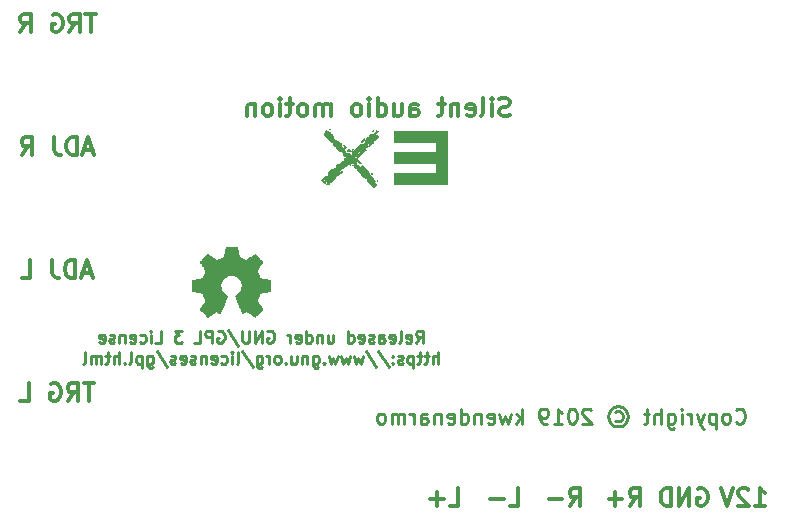
<source format=gbo>
G04 #@! TF.FileFunction,Legend,Bot*
%FSLAX46Y46*%
G04 Gerber Fmt 4.6, Leading zero omitted, Abs format (unit mm)*
G04 Created by KiCad (PCBNEW 4.0.7-e2-6376~61~ubuntu18.04.1) date Tue Jul 28 22:42:26 2020*
%MOMM*%
%LPD*%
G01*
G04 APERTURE LIST*
%ADD10C,0.100000*%
%ADD11C,0.300000*%
%ADD12C,0.304800*%
%ADD13C,0.254000*%
%ADD14C,0.010000*%
G04 APERTURE END LIST*
D10*
D11*
X10108000Y-7560571D02*
X9250857Y-7560571D01*
X9679428Y-9060571D02*
X9679428Y-7560571D01*
X7893714Y-9060571D02*
X8393714Y-8346286D01*
X8750857Y-9060571D02*
X8750857Y-7560571D01*
X8179429Y-7560571D01*
X8036571Y-7632000D01*
X7965143Y-7703429D01*
X7893714Y-7846286D01*
X7893714Y-8060571D01*
X7965143Y-8203429D01*
X8036571Y-8274857D01*
X8179429Y-8346286D01*
X8750857Y-8346286D01*
X6465143Y-7632000D02*
X6608000Y-7560571D01*
X6822286Y-7560571D01*
X7036571Y-7632000D01*
X7179429Y-7774857D01*
X7250857Y-7917714D01*
X7322286Y-8203429D01*
X7322286Y-8417714D01*
X7250857Y-8703429D01*
X7179429Y-8846286D01*
X7036571Y-8989143D01*
X6822286Y-9060571D01*
X6679429Y-9060571D01*
X6465143Y-8989143D01*
X6393714Y-8917714D01*
X6393714Y-8417714D01*
X6679429Y-8417714D01*
X3750857Y-9060571D02*
X4250857Y-8346286D01*
X4608000Y-9060571D02*
X4608000Y-7560571D01*
X4036572Y-7560571D01*
X3893714Y-7632000D01*
X3822286Y-7703429D01*
X3750857Y-7846286D01*
X3750857Y-8060571D01*
X3822286Y-8203429D01*
X3893714Y-8274857D01*
X4036572Y-8346286D01*
X4608000Y-8346286D01*
X9965143Y-38802571D02*
X9108000Y-38802571D01*
X9536571Y-40302571D02*
X9536571Y-38802571D01*
X7750857Y-40302571D02*
X8250857Y-39588286D01*
X8608000Y-40302571D02*
X8608000Y-38802571D01*
X8036572Y-38802571D01*
X7893714Y-38874000D01*
X7822286Y-38945429D01*
X7750857Y-39088286D01*
X7750857Y-39302571D01*
X7822286Y-39445429D01*
X7893714Y-39516857D01*
X8036572Y-39588286D01*
X8608000Y-39588286D01*
X6322286Y-38874000D02*
X6465143Y-38802571D01*
X6679429Y-38802571D01*
X6893714Y-38874000D01*
X7036572Y-39016857D01*
X7108000Y-39159714D01*
X7179429Y-39445429D01*
X7179429Y-39659714D01*
X7108000Y-39945429D01*
X7036572Y-40088286D01*
X6893714Y-40231143D01*
X6679429Y-40302571D01*
X6536572Y-40302571D01*
X6322286Y-40231143D01*
X6250857Y-40159714D01*
X6250857Y-39659714D01*
X6536572Y-39659714D01*
X3750857Y-40302571D02*
X4465143Y-40302571D01*
X4465143Y-38802571D01*
X9858000Y-19046000D02*
X9143714Y-19046000D01*
X10000857Y-19474571D02*
X9500857Y-17974571D01*
X9000857Y-19474571D01*
X8500857Y-19474571D02*
X8500857Y-17974571D01*
X8143714Y-17974571D01*
X7929429Y-18046000D01*
X7786571Y-18188857D01*
X7715143Y-18331714D01*
X7643714Y-18617429D01*
X7643714Y-18831714D01*
X7715143Y-19117429D01*
X7786571Y-19260286D01*
X7929429Y-19403143D01*
X8143714Y-19474571D01*
X8500857Y-19474571D01*
X6572286Y-17974571D02*
X6572286Y-19046000D01*
X6643714Y-19260286D01*
X6786571Y-19403143D01*
X7000857Y-19474571D01*
X7143714Y-19474571D01*
X3858000Y-19474571D02*
X4358000Y-18760286D01*
X4715143Y-19474571D02*
X4715143Y-17974571D01*
X4143715Y-17974571D01*
X4000857Y-18046000D01*
X3929429Y-18117429D01*
X3858000Y-18260286D01*
X3858000Y-18474571D01*
X3929429Y-18617429D01*
X4000857Y-18688857D01*
X4143715Y-18760286D01*
X4715143Y-18760286D01*
X9715143Y-29460000D02*
X9000857Y-29460000D01*
X9858000Y-29888571D02*
X9358000Y-28388571D01*
X8858000Y-29888571D01*
X8358000Y-29888571D02*
X8358000Y-28388571D01*
X8000857Y-28388571D01*
X7786572Y-28460000D01*
X7643714Y-28602857D01*
X7572286Y-28745714D01*
X7500857Y-29031429D01*
X7500857Y-29245714D01*
X7572286Y-29531429D01*
X7643714Y-29674286D01*
X7786572Y-29817143D01*
X8000857Y-29888571D01*
X8358000Y-29888571D01*
X6429429Y-28388571D02*
X6429429Y-29460000D01*
X6500857Y-29674286D01*
X6643714Y-29817143D01*
X6858000Y-29888571D01*
X7000857Y-29888571D01*
X3858000Y-29888571D02*
X4572286Y-29888571D01*
X4572286Y-28388571D01*
X40088285Y-49192571D02*
X40802571Y-49192571D01*
X40802571Y-47692571D01*
X39588285Y-48621143D02*
X38445428Y-48621143D01*
X39016857Y-49192571D02*
X39016857Y-48049714D01*
X50248285Y-49192571D02*
X50748285Y-48478286D01*
X51105428Y-49192571D02*
X51105428Y-47692571D01*
X50534000Y-47692571D01*
X50391142Y-47764000D01*
X50319714Y-47835429D01*
X50248285Y-47978286D01*
X50248285Y-48192571D01*
X50319714Y-48335429D01*
X50391142Y-48406857D01*
X50534000Y-48478286D01*
X51105428Y-48478286D01*
X49605428Y-48621143D02*
X48462571Y-48621143D01*
X65952571Y-49192571D02*
X66809714Y-49192571D01*
X66381142Y-49192571D02*
X66381142Y-47692571D01*
X66523999Y-47906857D01*
X66666857Y-48049714D01*
X66809714Y-48121143D01*
X65381143Y-47835429D02*
X65309714Y-47764000D01*
X65166857Y-47692571D01*
X64809714Y-47692571D01*
X64666857Y-47764000D01*
X64595428Y-47835429D01*
X64524000Y-47978286D01*
X64524000Y-48121143D01*
X64595428Y-48335429D01*
X65452571Y-49192571D01*
X64524000Y-49192571D01*
X64095429Y-47692571D02*
X63595429Y-49192571D01*
X63095429Y-47692571D01*
X61086857Y-47764000D02*
X61229714Y-47692571D01*
X61444000Y-47692571D01*
X61658285Y-47764000D01*
X61801143Y-47906857D01*
X61872571Y-48049714D01*
X61944000Y-48335429D01*
X61944000Y-48549714D01*
X61872571Y-48835429D01*
X61801143Y-48978286D01*
X61658285Y-49121143D01*
X61444000Y-49192571D01*
X61301143Y-49192571D01*
X61086857Y-49121143D01*
X61015428Y-49049714D01*
X61015428Y-48549714D01*
X61301143Y-48549714D01*
X60372571Y-49192571D02*
X60372571Y-47692571D01*
X59515428Y-49192571D01*
X59515428Y-47692571D01*
X58801142Y-49192571D02*
X58801142Y-47692571D01*
X58443999Y-47692571D01*
X58229714Y-47764000D01*
X58086856Y-47906857D01*
X58015428Y-48049714D01*
X57943999Y-48335429D01*
X57943999Y-48549714D01*
X58015428Y-48835429D01*
X58086856Y-48978286D01*
X58229714Y-49121143D01*
X58443999Y-49192571D01*
X58801142Y-49192571D01*
X55328285Y-49192571D02*
X55828285Y-48478286D01*
X56185428Y-49192571D02*
X56185428Y-47692571D01*
X55614000Y-47692571D01*
X55471142Y-47764000D01*
X55399714Y-47835429D01*
X55328285Y-47978286D01*
X55328285Y-48192571D01*
X55399714Y-48335429D01*
X55471142Y-48406857D01*
X55614000Y-48478286D01*
X56185428Y-48478286D01*
X54685428Y-48621143D02*
X53542571Y-48621143D01*
X54114000Y-49192571D02*
X54114000Y-48049714D01*
X45168285Y-49192571D02*
X45882571Y-49192571D01*
X45882571Y-47692571D01*
X44668285Y-48621143D02*
X43525428Y-48621143D01*
D12*
X45175713Y-16110857D02*
X44957999Y-16183429D01*
X44595142Y-16183429D01*
X44449999Y-16110857D01*
X44377428Y-16038286D01*
X44304856Y-15893143D01*
X44304856Y-15748000D01*
X44377428Y-15602857D01*
X44449999Y-15530286D01*
X44595142Y-15457714D01*
X44885428Y-15385143D01*
X45030570Y-15312571D01*
X45103142Y-15240000D01*
X45175713Y-15094857D01*
X45175713Y-14949714D01*
X45103142Y-14804571D01*
X45030570Y-14732000D01*
X44885428Y-14659429D01*
X44522570Y-14659429D01*
X44304856Y-14732000D01*
X43651713Y-16183429D02*
X43651713Y-15167429D01*
X43651713Y-14659429D02*
X43724284Y-14732000D01*
X43651713Y-14804571D01*
X43579141Y-14732000D01*
X43651713Y-14659429D01*
X43651713Y-14804571D01*
X42708285Y-16183429D02*
X42853427Y-16110857D01*
X42925999Y-15965714D01*
X42925999Y-14659429D01*
X41547141Y-16110857D02*
X41692284Y-16183429D01*
X41982570Y-16183429D01*
X42127713Y-16110857D01*
X42200284Y-15965714D01*
X42200284Y-15385143D01*
X42127713Y-15240000D01*
X41982570Y-15167429D01*
X41692284Y-15167429D01*
X41547141Y-15240000D01*
X41474570Y-15385143D01*
X41474570Y-15530286D01*
X42200284Y-15675429D01*
X40821427Y-15167429D02*
X40821427Y-16183429D01*
X40821427Y-15312571D02*
X40748855Y-15240000D01*
X40603713Y-15167429D01*
X40385998Y-15167429D01*
X40240855Y-15240000D01*
X40168284Y-15385143D01*
X40168284Y-16183429D01*
X39660284Y-15167429D02*
X39079713Y-15167429D01*
X39442570Y-14659429D02*
X39442570Y-15965714D01*
X39369998Y-16110857D01*
X39224856Y-16183429D01*
X39079713Y-16183429D01*
X36757427Y-16183429D02*
X36757427Y-15385143D01*
X36829998Y-15240000D01*
X36975141Y-15167429D01*
X37265427Y-15167429D01*
X37410570Y-15240000D01*
X36757427Y-16110857D02*
X36902570Y-16183429D01*
X37265427Y-16183429D01*
X37410570Y-16110857D01*
X37483141Y-15965714D01*
X37483141Y-15820571D01*
X37410570Y-15675429D01*
X37265427Y-15602857D01*
X36902570Y-15602857D01*
X36757427Y-15530286D01*
X35378570Y-15167429D02*
X35378570Y-16183429D01*
X36031713Y-15167429D02*
X36031713Y-15965714D01*
X35959141Y-16110857D01*
X35813999Y-16183429D01*
X35596284Y-16183429D01*
X35451141Y-16110857D01*
X35378570Y-16038286D01*
X33999713Y-16183429D02*
X33999713Y-14659429D01*
X33999713Y-16110857D02*
X34144856Y-16183429D01*
X34435142Y-16183429D01*
X34580284Y-16110857D01*
X34652856Y-16038286D01*
X34725427Y-15893143D01*
X34725427Y-15457714D01*
X34652856Y-15312571D01*
X34580284Y-15240000D01*
X34435142Y-15167429D01*
X34144856Y-15167429D01*
X33999713Y-15240000D01*
X33273999Y-16183429D02*
X33273999Y-15167429D01*
X33273999Y-14659429D02*
X33346570Y-14732000D01*
X33273999Y-14804571D01*
X33201427Y-14732000D01*
X33273999Y-14659429D01*
X33273999Y-14804571D01*
X32330571Y-16183429D02*
X32475713Y-16110857D01*
X32548285Y-16038286D01*
X32620856Y-15893143D01*
X32620856Y-15457714D01*
X32548285Y-15312571D01*
X32475713Y-15240000D01*
X32330571Y-15167429D01*
X32112856Y-15167429D01*
X31967713Y-15240000D01*
X31895142Y-15312571D01*
X31822571Y-15457714D01*
X31822571Y-15893143D01*
X31895142Y-16038286D01*
X31967713Y-16110857D01*
X32112856Y-16183429D01*
X32330571Y-16183429D01*
X30008285Y-16183429D02*
X30008285Y-15167429D01*
X30008285Y-15312571D02*
X29935713Y-15240000D01*
X29790571Y-15167429D01*
X29572856Y-15167429D01*
X29427713Y-15240000D01*
X29355142Y-15385143D01*
X29355142Y-16183429D01*
X29355142Y-15385143D02*
X29282571Y-15240000D01*
X29137428Y-15167429D01*
X28919713Y-15167429D01*
X28774571Y-15240000D01*
X28701999Y-15385143D01*
X28701999Y-16183429D01*
X27758571Y-16183429D02*
X27903713Y-16110857D01*
X27976285Y-16038286D01*
X28048856Y-15893143D01*
X28048856Y-15457714D01*
X27976285Y-15312571D01*
X27903713Y-15240000D01*
X27758571Y-15167429D01*
X27540856Y-15167429D01*
X27395713Y-15240000D01*
X27323142Y-15312571D01*
X27250571Y-15457714D01*
X27250571Y-15893143D01*
X27323142Y-16038286D01*
X27395713Y-16110857D01*
X27540856Y-16183429D01*
X27758571Y-16183429D01*
X26815142Y-15167429D02*
X26234571Y-15167429D01*
X26597428Y-14659429D02*
X26597428Y-15965714D01*
X26524856Y-16110857D01*
X26379714Y-16183429D01*
X26234571Y-16183429D01*
X25726571Y-16183429D02*
X25726571Y-15167429D01*
X25726571Y-14659429D02*
X25799142Y-14732000D01*
X25726571Y-14804571D01*
X25653999Y-14732000D01*
X25726571Y-14659429D01*
X25726571Y-14804571D01*
X24783143Y-16183429D02*
X24928285Y-16110857D01*
X25000857Y-16038286D01*
X25073428Y-15893143D01*
X25073428Y-15457714D01*
X25000857Y-15312571D01*
X24928285Y-15240000D01*
X24783143Y-15167429D01*
X24565428Y-15167429D01*
X24420285Y-15240000D01*
X24347714Y-15312571D01*
X24275143Y-15457714D01*
X24275143Y-15893143D01*
X24347714Y-16038286D01*
X24420285Y-16110857D01*
X24565428Y-16183429D01*
X24783143Y-16183429D01*
X23622000Y-15167429D02*
X23622000Y-16183429D01*
X23622000Y-15312571D02*
X23549428Y-15240000D01*
X23404286Y-15167429D01*
X23186571Y-15167429D01*
X23041428Y-15240000D01*
X22968857Y-15385143D01*
X22968857Y-16183429D01*
D13*
X64316429Y-42109571D02*
X64376905Y-42170048D01*
X64558334Y-42230524D01*
X64679286Y-42230524D01*
X64860714Y-42170048D01*
X64981667Y-42049095D01*
X65042143Y-41928143D01*
X65102619Y-41686238D01*
X65102619Y-41504810D01*
X65042143Y-41262905D01*
X64981667Y-41141952D01*
X64860714Y-41021000D01*
X64679286Y-40960524D01*
X64558334Y-40960524D01*
X64376905Y-41021000D01*
X64316429Y-41081476D01*
X63590714Y-42230524D02*
X63711667Y-42170048D01*
X63772143Y-42109571D01*
X63832619Y-41988619D01*
X63832619Y-41625762D01*
X63772143Y-41504810D01*
X63711667Y-41444333D01*
X63590714Y-41383857D01*
X63409286Y-41383857D01*
X63288334Y-41444333D01*
X63227857Y-41504810D01*
X63167381Y-41625762D01*
X63167381Y-41988619D01*
X63227857Y-42109571D01*
X63288334Y-42170048D01*
X63409286Y-42230524D01*
X63590714Y-42230524D01*
X62623095Y-41383857D02*
X62623095Y-42653857D01*
X62623095Y-41444333D02*
X62502143Y-41383857D01*
X62260238Y-41383857D01*
X62139286Y-41444333D01*
X62078809Y-41504810D01*
X62018333Y-41625762D01*
X62018333Y-41988619D01*
X62078809Y-42109571D01*
X62139286Y-42170048D01*
X62260238Y-42230524D01*
X62502143Y-42230524D01*
X62623095Y-42170048D01*
X61594999Y-41383857D02*
X61292618Y-42230524D01*
X60990238Y-41383857D02*
X61292618Y-42230524D01*
X61413571Y-42532905D01*
X61474047Y-42593381D01*
X61594999Y-42653857D01*
X60506428Y-42230524D02*
X60506428Y-41383857D01*
X60506428Y-41625762D02*
X60445952Y-41504810D01*
X60385476Y-41444333D01*
X60264523Y-41383857D01*
X60143571Y-41383857D01*
X59720238Y-42230524D02*
X59720238Y-41383857D01*
X59720238Y-40960524D02*
X59780714Y-41021000D01*
X59720238Y-41081476D01*
X59659762Y-41021000D01*
X59720238Y-40960524D01*
X59720238Y-41081476D01*
X58571190Y-41383857D02*
X58571190Y-42411952D01*
X58631667Y-42532905D01*
X58692143Y-42593381D01*
X58813095Y-42653857D01*
X58994524Y-42653857D01*
X59115476Y-42593381D01*
X58571190Y-42170048D02*
X58692143Y-42230524D01*
X58934047Y-42230524D01*
X59055000Y-42170048D01*
X59115476Y-42109571D01*
X59175952Y-41988619D01*
X59175952Y-41625762D01*
X59115476Y-41504810D01*
X59055000Y-41444333D01*
X58934047Y-41383857D01*
X58692143Y-41383857D01*
X58571190Y-41444333D01*
X57966428Y-42230524D02*
X57966428Y-40960524D01*
X57422142Y-42230524D02*
X57422142Y-41565286D01*
X57482619Y-41444333D01*
X57603571Y-41383857D01*
X57784999Y-41383857D01*
X57905952Y-41444333D01*
X57966428Y-41504810D01*
X56998809Y-41383857D02*
X56514999Y-41383857D01*
X56817380Y-40960524D02*
X56817380Y-42049095D01*
X56756904Y-42170048D01*
X56635951Y-42230524D01*
X56514999Y-42230524D01*
X54095952Y-41262905D02*
X54216904Y-41202429D01*
X54458809Y-41202429D01*
X54579761Y-41262905D01*
X54700714Y-41383857D01*
X54761190Y-41504810D01*
X54761190Y-41746714D01*
X54700714Y-41867667D01*
X54579761Y-41988619D01*
X54458809Y-42049095D01*
X54216904Y-42049095D01*
X54095952Y-41988619D01*
X54337857Y-40779095D02*
X54640238Y-40839571D01*
X54942618Y-41021000D01*
X55124047Y-41323381D01*
X55184523Y-41625762D01*
X55124047Y-41928143D01*
X54942618Y-42230524D01*
X54640238Y-42411952D01*
X54337857Y-42472429D01*
X54035476Y-42411952D01*
X53733095Y-42230524D01*
X53551666Y-41928143D01*
X53491190Y-41625762D01*
X53551666Y-41323381D01*
X53733095Y-41021000D01*
X54035476Y-40839571D01*
X54337857Y-40779095D01*
X52039761Y-41081476D02*
X51979285Y-41021000D01*
X51858333Y-40960524D01*
X51555952Y-40960524D01*
X51434999Y-41021000D01*
X51374523Y-41081476D01*
X51314047Y-41202429D01*
X51314047Y-41323381D01*
X51374523Y-41504810D01*
X52100237Y-42230524D01*
X51314047Y-42230524D01*
X50527856Y-40960524D02*
X50406904Y-40960524D01*
X50285952Y-41021000D01*
X50225475Y-41081476D01*
X50164999Y-41202429D01*
X50104523Y-41444333D01*
X50104523Y-41746714D01*
X50164999Y-41988619D01*
X50225475Y-42109571D01*
X50285952Y-42170048D01*
X50406904Y-42230524D01*
X50527856Y-42230524D01*
X50648809Y-42170048D01*
X50709285Y-42109571D01*
X50769761Y-41988619D01*
X50830237Y-41746714D01*
X50830237Y-41444333D01*
X50769761Y-41202429D01*
X50709285Y-41081476D01*
X50648809Y-41021000D01*
X50527856Y-40960524D01*
X48894999Y-42230524D02*
X49620713Y-42230524D01*
X49257856Y-42230524D02*
X49257856Y-40960524D01*
X49378808Y-41141952D01*
X49499761Y-41262905D01*
X49620713Y-41323381D01*
X48290237Y-42230524D02*
X48048332Y-42230524D01*
X47927380Y-42170048D01*
X47866904Y-42109571D01*
X47745951Y-41928143D01*
X47685475Y-41686238D01*
X47685475Y-41202429D01*
X47745951Y-41081476D01*
X47806427Y-41021000D01*
X47927380Y-40960524D01*
X48169284Y-40960524D01*
X48290237Y-41021000D01*
X48350713Y-41081476D01*
X48411189Y-41202429D01*
X48411189Y-41504810D01*
X48350713Y-41625762D01*
X48290237Y-41686238D01*
X48169284Y-41746714D01*
X47927380Y-41746714D01*
X47806427Y-41686238D01*
X47745951Y-41625762D01*
X47685475Y-41504810D01*
X46173570Y-42230524D02*
X46173570Y-40960524D01*
X46052618Y-41746714D02*
X45689761Y-42230524D01*
X45689761Y-41383857D02*
X46173570Y-41867667D01*
X45266427Y-41383857D02*
X45024523Y-42230524D01*
X44782618Y-41625762D01*
X44540713Y-42230524D01*
X44298808Y-41383857D01*
X43331190Y-42170048D02*
X43452142Y-42230524D01*
X43694047Y-42230524D01*
X43814999Y-42170048D01*
X43875475Y-42049095D01*
X43875475Y-41565286D01*
X43814999Y-41444333D01*
X43694047Y-41383857D01*
X43452142Y-41383857D01*
X43331190Y-41444333D01*
X43270713Y-41565286D01*
X43270713Y-41686238D01*
X43875475Y-41807190D01*
X42726428Y-41383857D02*
X42726428Y-42230524D01*
X42726428Y-41504810D02*
X42665952Y-41444333D01*
X42544999Y-41383857D01*
X42363571Y-41383857D01*
X42242619Y-41444333D01*
X42182142Y-41565286D01*
X42182142Y-42230524D01*
X41033094Y-42230524D02*
X41033094Y-40960524D01*
X41033094Y-42170048D02*
X41154047Y-42230524D01*
X41395951Y-42230524D01*
X41516904Y-42170048D01*
X41577380Y-42109571D01*
X41637856Y-41988619D01*
X41637856Y-41625762D01*
X41577380Y-41504810D01*
X41516904Y-41444333D01*
X41395951Y-41383857D01*
X41154047Y-41383857D01*
X41033094Y-41444333D01*
X39944523Y-42170048D02*
X40065475Y-42230524D01*
X40307380Y-42230524D01*
X40428332Y-42170048D01*
X40488808Y-42049095D01*
X40488808Y-41565286D01*
X40428332Y-41444333D01*
X40307380Y-41383857D01*
X40065475Y-41383857D01*
X39944523Y-41444333D01*
X39884046Y-41565286D01*
X39884046Y-41686238D01*
X40488808Y-41807190D01*
X39339761Y-41383857D02*
X39339761Y-42230524D01*
X39339761Y-41504810D02*
X39279285Y-41444333D01*
X39158332Y-41383857D01*
X38976904Y-41383857D01*
X38855952Y-41444333D01*
X38795475Y-41565286D01*
X38795475Y-42230524D01*
X37646427Y-42230524D02*
X37646427Y-41565286D01*
X37706904Y-41444333D01*
X37827856Y-41383857D01*
X38069761Y-41383857D01*
X38190713Y-41444333D01*
X37646427Y-42170048D02*
X37767380Y-42230524D01*
X38069761Y-42230524D01*
X38190713Y-42170048D01*
X38251189Y-42049095D01*
X38251189Y-41928143D01*
X38190713Y-41807190D01*
X38069761Y-41746714D01*
X37767380Y-41746714D01*
X37646427Y-41686238D01*
X37041665Y-42230524D02*
X37041665Y-41383857D01*
X37041665Y-41625762D02*
X36981189Y-41504810D01*
X36920713Y-41444333D01*
X36799760Y-41383857D01*
X36678808Y-41383857D01*
X36255475Y-42230524D02*
X36255475Y-41383857D01*
X36255475Y-41504810D02*
X36194999Y-41444333D01*
X36074046Y-41383857D01*
X35892618Y-41383857D01*
X35771666Y-41444333D01*
X35711189Y-41565286D01*
X35711189Y-42230524D01*
X35711189Y-41565286D02*
X35650713Y-41444333D01*
X35529761Y-41383857D01*
X35348332Y-41383857D01*
X35227380Y-41444333D01*
X35166904Y-41565286D01*
X35166904Y-42230524D01*
X34380713Y-42230524D02*
X34501666Y-42170048D01*
X34562142Y-42109571D01*
X34622618Y-41988619D01*
X34622618Y-41625762D01*
X34562142Y-41504810D01*
X34501666Y-41444333D01*
X34380713Y-41383857D01*
X34199285Y-41383857D01*
X34078333Y-41444333D01*
X34017856Y-41504810D01*
X33957380Y-41625762D01*
X33957380Y-41988619D01*
X34017856Y-42109571D01*
X34078333Y-42170048D01*
X34199285Y-42230524D01*
X34380713Y-42230524D01*
X37241236Y-35384619D02*
X37579902Y-34900810D01*
X37821807Y-35384619D02*
X37821807Y-34368619D01*
X37434760Y-34368619D01*
X37337998Y-34417000D01*
X37289617Y-34465381D01*
X37241236Y-34562143D01*
X37241236Y-34707286D01*
X37289617Y-34804048D01*
X37337998Y-34852429D01*
X37434760Y-34900810D01*
X37821807Y-34900810D01*
X36418760Y-35336238D02*
X36515522Y-35384619D01*
X36709045Y-35384619D01*
X36805807Y-35336238D01*
X36854188Y-35239476D01*
X36854188Y-34852429D01*
X36805807Y-34755667D01*
X36709045Y-34707286D01*
X36515522Y-34707286D01*
X36418760Y-34755667D01*
X36370379Y-34852429D01*
X36370379Y-34949190D01*
X36854188Y-35045952D01*
X35789807Y-35384619D02*
X35886569Y-35336238D01*
X35934950Y-35239476D01*
X35934950Y-34368619D01*
X35015713Y-35336238D02*
X35112475Y-35384619D01*
X35305998Y-35384619D01*
X35402760Y-35336238D01*
X35451141Y-35239476D01*
X35451141Y-34852429D01*
X35402760Y-34755667D01*
X35305998Y-34707286D01*
X35112475Y-34707286D01*
X35015713Y-34755667D01*
X34967332Y-34852429D01*
X34967332Y-34949190D01*
X35451141Y-35045952D01*
X34096475Y-35384619D02*
X34096475Y-34852429D01*
X34144856Y-34755667D01*
X34241618Y-34707286D01*
X34435141Y-34707286D01*
X34531903Y-34755667D01*
X34096475Y-35336238D02*
X34193237Y-35384619D01*
X34435141Y-35384619D01*
X34531903Y-35336238D01*
X34580284Y-35239476D01*
X34580284Y-35142714D01*
X34531903Y-35045952D01*
X34435141Y-34997571D01*
X34193237Y-34997571D01*
X34096475Y-34949190D01*
X33661046Y-35336238D02*
X33564284Y-35384619D01*
X33370760Y-35384619D01*
X33273999Y-35336238D01*
X33225618Y-35239476D01*
X33225618Y-35191095D01*
X33273999Y-35094333D01*
X33370760Y-35045952D01*
X33515903Y-35045952D01*
X33612665Y-34997571D01*
X33661046Y-34900810D01*
X33661046Y-34852429D01*
X33612665Y-34755667D01*
X33515903Y-34707286D01*
X33370760Y-34707286D01*
X33273999Y-34755667D01*
X32403142Y-35336238D02*
X32499904Y-35384619D01*
X32693427Y-35384619D01*
X32790189Y-35336238D01*
X32838570Y-35239476D01*
X32838570Y-34852429D01*
X32790189Y-34755667D01*
X32693427Y-34707286D01*
X32499904Y-34707286D01*
X32403142Y-34755667D01*
X32354761Y-34852429D01*
X32354761Y-34949190D01*
X32838570Y-35045952D01*
X31483904Y-35384619D02*
X31483904Y-34368619D01*
X31483904Y-35336238D02*
X31580666Y-35384619D01*
X31774189Y-35384619D01*
X31870951Y-35336238D01*
X31919332Y-35287857D01*
X31967713Y-35191095D01*
X31967713Y-34900810D01*
X31919332Y-34804048D01*
X31870951Y-34755667D01*
X31774189Y-34707286D01*
X31580666Y-34707286D01*
X31483904Y-34755667D01*
X29790571Y-34707286D02*
X29790571Y-35384619D01*
X30225999Y-34707286D02*
X30225999Y-35239476D01*
X30177618Y-35336238D01*
X30080856Y-35384619D01*
X29935714Y-35384619D01*
X29838952Y-35336238D01*
X29790571Y-35287857D01*
X29306761Y-34707286D02*
X29306761Y-35384619D01*
X29306761Y-34804048D02*
X29258380Y-34755667D01*
X29161618Y-34707286D01*
X29016476Y-34707286D01*
X28919714Y-34755667D01*
X28871333Y-34852429D01*
X28871333Y-35384619D01*
X27952095Y-35384619D02*
X27952095Y-34368619D01*
X27952095Y-35336238D02*
X28048857Y-35384619D01*
X28242380Y-35384619D01*
X28339142Y-35336238D01*
X28387523Y-35287857D01*
X28435904Y-35191095D01*
X28435904Y-34900810D01*
X28387523Y-34804048D01*
X28339142Y-34755667D01*
X28242380Y-34707286D01*
X28048857Y-34707286D01*
X27952095Y-34755667D01*
X27081238Y-35336238D02*
X27178000Y-35384619D01*
X27371523Y-35384619D01*
X27468285Y-35336238D01*
X27516666Y-35239476D01*
X27516666Y-34852429D01*
X27468285Y-34755667D01*
X27371523Y-34707286D01*
X27178000Y-34707286D01*
X27081238Y-34755667D01*
X27032857Y-34852429D01*
X27032857Y-34949190D01*
X27516666Y-35045952D01*
X26597428Y-35384619D02*
X26597428Y-34707286D01*
X26597428Y-34900810D02*
X26549047Y-34804048D01*
X26500666Y-34755667D01*
X26403904Y-34707286D01*
X26307143Y-34707286D01*
X24662191Y-34417000D02*
X24758953Y-34368619D01*
X24904096Y-34368619D01*
X25049238Y-34417000D01*
X25146000Y-34513762D01*
X25194381Y-34610524D01*
X25242762Y-34804048D01*
X25242762Y-34949190D01*
X25194381Y-35142714D01*
X25146000Y-35239476D01*
X25049238Y-35336238D01*
X24904096Y-35384619D01*
X24807334Y-35384619D01*
X24662191Y-35336238D01*
X24613810Y-35287857D01*
X24613810Y-34949190D01*
X24807334Y-34949190D01*
X24178381Y-35384619D02*
X24178381Y-34368619D01*
X23597810Y-35384619D01*
X23597810Y-34368619D01*
X23114000Y-34368619D02*
X23114000Y-35191095D01*
X23065619Y-35287857D01*
X23017238Y-35336238D01*
X22920476Y-35384619D01*
X22726953Y-35384619D01*
X22630191Y-35336238D01*
X22581810Y-35287857D01*
X22533429Y-35191095D01*
X22533429Y-34368619D01*
X21323905Y-34320238D02*
X22194762Y-35626524D01*
X20453048Y-34417000D02*
X20549810Y-34368619D01*
X20694953Y-34368619D01*
X20840095Y-34417000D01*
X20936857Y-34513762D01*
X20985238Y-34610524D01*
X21033619Y-34804048D01*
X21033619Y-34949190D01*
X20985238Y-35142714D01*
X20936857Y-35239476D01*
X20840095Y-35336238D01*
X20694953Y-35384619D01*
X20598191Y-35384619D01*
X20453048Y-35336238D01*
X20404667Y-35287857D01*
X20404667Y-34949190D01*
X20598191Y-34949190D01*
X19969238Y-35384619D02*
X19969238Y-34368619D01*
X19582191Y-34368619D01*
X19485429Y-34417000D01*
X19437048Y-34465381D01*
X19388667Y-34562143D01*
X19388667Y-34707286D01*
X19437048Y-34804048D01*
X19485429Y-34852429D01*
X19582191Y-34900810D01*
X19969238Y-34900810D01*
X18469429Y-35384619D02*
X18953238Y-35384619D01*
X18953238Y-34368619D01*
X17453429Y-34368619D02*
X16824477Y-34368619D01*
X17163143Y-34755667D01*
X17018001Y-34755667D01*
X16921239Y-34804048D01*
X16872858Y-34852429D01*
X16824477Y-34949190D01*
X16824477Y-35191095D01*
X16872858Y-35287857D01*
X16921239Y-35336238D01*
X17018001Y-35384619D01*
X17308286Y-35384619D01*
X17405048Y-35336238D01*
X17453429Y-35287857D01*
X15131144Y-35384619D02*
X15614953Y-35384619D01*
X15614953Y-34368619D01*
X14792477Y-35384619D02*
X14792477Y-34707286D01*
X14792477Y-34368619D02*
X14840858Y-34417000D01*
X14792477Y-34465381D01*
X14744096Y-34417000D01*
X14792477Y-34368619D01*
X14792477Y-34465381D01*
X13873239Y-35336238D02*
X13970001Y-35384619D01*
X14163524Y-35384619D01*
X14260286Y-35336238D01*
X14308667Y-35287857D01*
X14357048Y-35191095D01*
X14357048Y-34900810D01*
X14308667Y-34804048D01*
X14260286Y-34755667D01*
X14163524Y-34707286D01*
X13970001Y-34707286D01*
X13873239Y-34755667D01*
X13050763Y-35336238D02*
X13147525Y-35384619D01*
X13341048Y-35384619D01*
X13437810Y-35336238D01*
X13486191Y-35239476D01*
X13486191Y-34852429D01*
X13437810Y-34755667D01*
X13341048Y-34707286D01*
X13147525Y-34707286D01*
X13050763Y-34755667D01*
X13002382Y-34852429D01*
X13002382Y-34949190D01*
X13486191Y-35045952D01*
X12566953Y-34707286D02*
X12566953Y-35384619D01*
X12566953Y-34804048D02*
X12518572Y-34755667D01*
X12421810Y-34707286D01*
X12276668Y-34707286D01*
X12179906Y-34755667D01*
X12131525Y-34852429D01*
X12131525Y-35384619D01*
X11696096Y-35336238D02*
X11599334Y-35384619D01*
X11405810Y-35384619D01*
X11309049Y-35336238D01*
X11260668Y-35239476D01*
X11260668Y-35191095D01*
X11309049Y-35094333D01*
X11405810Y-35045952D01*
X11550953Y-35045952D01*
X11647715Y-34997571D01*
X11696096Y-34900810D01*
X11696096Y-34852429D01*
X11647715Y-34755667D01*
X11550953Y-34707286D01*
X11405810Y-34707286D01*
X11309049Y-34755667D01*
X10438192Y-35336238D02*
X10534954Y-35384619D01*
X10728477Y-35384619D01*
X10825239Y-35336238D01*
X10873620Y-35239476D01*
X10873620Y-34852429D01*
X10825239Y-34755667D01*
X10728477Y-34707286D01*
X10534954Y-34707286D01*
X10438192Y-34755667D01*
X10389811Y-34852429D01*
X10389811Y-34949190D01*
X10873620Y-35045952D01*
X39079713Y-37162619D02*
X39079713Y-36146619D01*
X38644285Y-37162619D02*
X38644285Y-36630429D01*
X38692666Y-36533667D01*
X38789428Y-36485286D01*
X38934570Y-36485286D01*
X39031332Y-36533667D01*
X39079713Y-36582048D01*
X38305618Y-36485286D02*
X37918570Y-36485286D01*
X38160475Y-36146619D02*
X38160475Y-37017476D01*
X38112094Y-37114238D01*
X38015332Y-37162619D01*
X37918570Y-37162619D01*
X37725047Y-36485286D02*
X37337999Y-36485286D01*
X37579904Y-36146619D02*
X37579904Y-37017476D01*
X37531523Y-37114238D01*
X37434761Y-37162619D01*
X37337999Y-37162619D01*
X36999333Y-36485286D02*
X36999333Y-37501286D01*
X36999333Y-36533667D02*
X36902571Y-36485286D01*
X36709048Y-36485286D01*
X36612286Y-36533667D01*
X36563905Y-36582048D01*
X36515524Y-36678810D01*
X36515524Y-36969095D01*
X36563905Y-37065857D01*
X36612286Y-37114238D01*
X36709048Y-37162619D01*
X36902571Y-37162619D01*
X36999333Y-37114238D01*
X36128476Y-37114238D02*
X36031714Y-37162619D01*
X35838190Y-37162619D01*
X35741429Y-37114238D01*
X35693048Y-37017476D01*
X35693048Y-36969095D01*
X35741429Y-36872333D01*
X35838190Y-36823952D01*
X35983333Y-36823952D01*
X36080095Y-36775571D01*
X36128476Y-36678810D01*
X36128476Y-36630429D01*
X36080095Y-36533667D01*
X35983333Y-36485286D01*
X35838190Y-36485286D01*
X35741429Y-36533667D01*
X35257619Y-37065857D02*
X35209238Y-37114238D01*
X35257619Y-37162619D01*
X35306000Y-37114238D01*
X35257619Y-37065857D01*
X35257619Y-37162619D01*
X35257619Y-36533667D02*
X35209238Y-36582048D01*
X35257619Y-36630429D01*
X35306000Y-36582048D01*
X35257619Y-36533667D01*
X35257619Y-36630429D01*
X34048095Y-36098238D02*
X34918952Y-37404524D01*
X32983714Y-36098238D02*
X33854571Y-37404524D01*
X32741809Y-36485286D02*
X32548285Y-37162619D01*
X32354762Y-36678810D01*
X32161238Y-37162619D01*
X31967714Y-36485286D01*
X31677428Y-36485286D02*
X31483904Y-37162619D01*
X31290381Y-36678810D01*
X31096857Y-37162619D01*
X30903333Y-36485286D01*
X30613047Y-36485286D02*
X30419523Y-37162619D01*
X30226000Y-36678810D01*
X30032476Y-37162619D01*
X29838952Y-36485286D01*
X29451904Y-37065857D02*
X29403523Y-37114238D01*
X29451904Y-37162619D01*
X29500285Y-37114238D01*
X29451904Y-37065857D01*
X29451904Y-37162619D01*
X28532666Y-36485286D02*
X28532666Y-37307762D01*
X28581047Y-37404524D01*
X28629428Y-37452905D01*
X28726189Y-37501286D01*
X28871332Y-37501286D01*
X28968094Y-37452905D01*
X28532666Y-37114238D02*
X28629428Y-37162619D01*
X28822951Y-37162619D01*
X28919713Y-37114238D01*
X28968094Y-37065857D01*
X29016475Y-36969095D01*
X29016475Y-36678810D01*
X28968094Y-36582048D01*
X28919713Y-36533667D01*
X28822951Y-36485286D01*
X28629428Y-36485286D01*
X28532666Y-36533667D01*
X28048856Y-36485286D02*
X28048856Y-37162619D01*
X28048856Y-36582048D02*
X28000475Y-36533667D01*
X27903713Y-36485286D01*
X27758571Y-36485286D01*
X27661809Y-36533667D01*
X27613428Y-36630429D01*
X27613428Y-37162619D01*
X26694190Y-36485286D02*
X26694190Y-37162619D01*
X27129618Y-36485286D02*
X27129618Y-37017476D01*
X27081237Y-37114238D01*
X26984475Y-37162619D01*
X26839333Y-37162619D01*
X26742571Y-37114238D01*
X26694190Y-37065857D01*
X26210380Y-37065857D02*
X26161999Y-37114238D01*
X26210380Y-37162619D01*
X26258761Y-37114238D01*
X26210380Y-37065857D01*
X26210380Y-37162619D01*
X25581427Y-37162619D02*
X25678189Y-37114238D01*
X25726570Y-37065857D01*
X25774951Y-36969095D01*
X25774951Y-36678810D01*
X25726570Y-36582048D01*
X25678189Y-36533667D01*
X25581427Y-36485286D01*
X25436285Y-36485286D01*
X25339523Y-36533667D01*
X25291142Y-36582048D01*
X25242761Y-36678810D01*
X25242761Y-36969095D01*
X25291142Y-37065857D01*
X25339523Y-37114238D01*
X25436285Y-37162619D01*
X25581427Y-37162619D01*
X24807332Y-37162619D02*
X24807332Y-36485286D01*
X24807332Y-36678810D02*
X24758951Y-36582048D01*
X24710570Y-36533667D01*
X24613808Y-36485286D01*
X24517047Y-36485286D01*
X23742952Y-36485286D02*
X23742952Y-37307762D01*
X23791333Y-37404524D01*
X23839714Y-37452905D01*
X23936475Y-37501286D01*
X24081618Y-37501286D01*
X24178380Y-37452905D01*
X23742952Y-37114238D02*
X23839714Y-37162619D01*
X24033237Y-37162619D01*
X24129999Y-37114238D01*
X24178380Y-37065857D01*
X24226761Y-36969095D01*
X24226761Y-36678810D01*
X24178380Y-36582048D01*
X24129999Y-36533667D01*
X24033237Y-36485286D01*
X23839714Y-36485286D01*
X23742952Y-36533667D01*
X22533428Y-36098238D02*
X23404285Y-37404524D01*
X22049618Y-37162619D02*
X22146380Y-37114238D01*
X22194761Y-37017476D01*
X22194761Y-36146619D01*
X21662571Y-37162619D02*
X21662571Y-36485286D01*
X21662571Y-36146619D02*
X21710952Y-36195000D01*
X21662571Y-36243381D01*
X21614190Y-36195000D01*
X21662571Y-36146619D01*
X21662571Y-36243381D01*
X20743333Y-37114238D02*
X20840095Y-37162619D01*
X21033618Y-37162619D01*
X21130380Y-37114238D01*
X21178761Y-37065857D01*
X21227142Y-36969095D01*
X21227142Y-36678810D01*
X21178761Y-36582048D01*
X21130380Y-36533667D01*
X21033618Y-36485286D01*
X20840095Y-36485286D01*
X20743333Y-36533667D01*
X19920857Y-37114238D02*
X20017619Y-37162619D01*
X20211142Y-37162619D01*
X20307904Y-37114238D01*
X20356285Y-37017476D01*
X20356285Y-36630429D01*
X20307904Y-36533667D01*
X20211142Y-36485286D01*
X20017619Y-36485286D01*
X19920857Y-36533667D01*
X19872476Y-36630429D01*
X19872476Y-36727190D01*
X20356285Y-36823952D01*
X19437047Y-36485286D02*
X19437047Y-37162619D01*
X19437047Y-36582048D02*
X19388666Y-36533667D01*
X19291904Y-36485286D01*
X19146762Y-36485286D01*
X19050000Y-36533667D01*
X19001619Y-36630429D01*
X19001619Y-37162619D01*
X18566190Y-37114238D02*
X18469428Y-37162619D01*
X18275904Y-37162619D01*
X18179143Y-37114238D01*
X18130762Y-37017476D01*
X18130762Y-36969095D01*
X18179143Y-36872333D01*
X18275904Y-36823952D01*
X18421047Y-36823952D01*
X18517809Y-36775571D01*
X18566190Y-36678810D01*
X18566190Y-36630429D01*
X18517809Y-36533667D01*
X18421047Y-36485286D01*
X18275904Y-36485286D01*
X18179143Y-36533667D01*
X17308286Y-37114238D02*
X17405048Y-37162619D01*
X17598571Y-37162619D01*
X17695333Y-37114238D01*
X17743714Y-37017476D01*
X17743714Y-36630429D01*
X17695333Y-36533667D01*
X17598571Y-36485286D01*
X17405048Y-36485286D01*
X17308286Y-36533667D01*
X17259905Y-36630429D01*
X17259905Y-36727190D01*
X17743714Y-36823952D01*
X16872857Y-37114238D02*
X16776095Y-37162619D01*
X16582571Y-37162619D01*
X16485810Y-37114238D01*
X16437429Y-37017476D01*
X16437429Y-36969095D01*
X16485810Y-36872333D01*
X16582571Y-36823952D01*
X16727714Y-36823952D01*
X16824476Y-36775571D01*
X16872857Y-36678810D01*
X16872857Y-36630429D01*
X16824476Y-36533667D01*
X16727714Y-36485286D01*
X16582571Y-36485286D01*
X16485810Y-36533667D01*
X15276286Y-36098238D02*
X16147143Y-37404524D01*
X14502191Y-36485286D02*
X14502191Y-37307762D01*
X14550572Y-37404524D01*
X14598953Y-37452905D01*
X14695714Y-37501286D01*
X14840857Y-37501286D01*
X14937619Y-37452905D01*
X14502191Y-37114238D02*
X14598953Y-37162619D01*
X14792476Y-37162619D01*
X14889238Y-37114238D01*
X14937619Y-37065857D01*
X14986000Y-36969095D01*
X14986000Y-36678810D01*
X14937619Y-36582048D01*
X14889238Y-36533667D01*
X14792476Y-36485286D01*
X14598953Y-36485286D01*
X14502191Y-36533667D01*
X14018381Y-36485286D02*
X14018381Y-37501286D01*
X14018381Y-36533667D02*
X13921619Y-36485286D01*
X13728096Y-36485286D01*
X13631334Y-36533667D01*
X13582953Y-36582048D01*
X13534572Y-36678810D01*
X13534572Y-36969095D01*
X13582953Y-37065857D01*
X13631334Y-37114238D01*
X13728096Y-37162619D01*
X13921619Y-37162619D01*
X14018381Y-37114238D01*
X12954000Y-37162619D02*
X13050762Y-37114238D01*
X13099143Y-37017476D01*
X13099143Y-36146619D01*
X12566953Y-37065857D02*
X12518572Y-37114238D01*
X12566953Y-37162619D01*
X12615334Y-37114238D01*
X12566953Y-37065857D01*
X12566953Y-37162619D01*
X12083143Y-37162619D02*
X12083143Y-36146619D01*
X11647715Y-37162619D02*
X11647715Y-36630429D01*
X11696096Y-36533667D01*
X11792858Y-36485286D01*
X11938000Y-36485286D01*
X12034762Y-36533667D01*
X12083143Y-36582048D01*
X11309048Y-36485286D02*
X10922000Y-36485286D01*
X11163905Y-36146619D02*
X11163905Y-37017476D01*
X11115524Y-37114238D01*
X11018762Y-37162619D01*
X10922000Y-37162619D01*
X10583334Y-37162619D02*
X10583334Y-36485286D01*
X10583334Y-36582048D02*
X10534953Y-36533667D01*
X10438191Y-36485286D01*
X10293049Y-36485286D01*
X10196287Y-36533667D01*
X10147906Y-36630429D01*
X10147906Y-37162619D01*
X10147906Y-36630429D02*
X10099525Y-36533667D01*
X10002763Y-36485286D01*
X9857620Y-36485286D01*
X9760858Y-36533667D01*
X9712477Y-36630429D01*
X9712477Y-37162619D01*
X9083524Y-37162619D02*
X9180286Y-37114238D01*
X9228667Y-37017476D01*
X9228667Y-36146619D01*
D14*
G36*
X21034186Y-27694931D02*
X20950365Y-28139555D01*
X20641080Y-28267053D01*
X20331794Y-28394551D01*
X19960754Y-28142246D01*
X19856843Y-28071996D01*
X19762913Y-28009272D01*
X19683348Y-27956938D01*
X19622530Y-27917857D01*
X19584843Y-27894893D01*
X19574579Y-27889942D01*
X19556090Y-27902676D01*
X19516580Y-27937882D01*
X19460478Y-27991062D01*
X19392213Y-28057718D01*
X19316214Y-28133354D01*
X19236908Y-28213472D01*
X19158725Y-28293574D01*
X19086093Y-28369164D01*
X19023441Y-28435745D01*
X18975197Y-28488818D01*
X18945790Y-28523887D01*
X18938759Y-28535623D01*
X18948877Y-28557260D01*
X18977241Y-28604662D01*
X19020871Y-28673193D01*
X19076782Y-28758215D01*
X19141994Y-28855093D01*
X19179781Y-28910350D01*
X19248657Y-29011248D01*
X19309860Y-29102299D01*
X19360422Y-29178970D01*
X19397372Y-29236728D01*
X19417742Y-29271043D01*
X19420803Y-29278254D01*
X19413864Y-29298748D01*
X19394949Y-29346513D01*
X19366913Y-29414832D01*
X19332609Y-29496989D01*
X19294891Y-29586270D01*
X19256613Y-29675958D01*
X19220630Y-29759338D01*
X19189794Y-29829694D01*
X19166961Y-29880310D01*
X19154983Y-29904471D01*
X19154276Y-29905422D01*
X19135469Y-29910036D01*
X19085382Y-29920328D01*
X19009207Y-29935287D01*
X18912135Y-29953901D01*
X18799357Y-29975159D01*
X18733558Y-29987418D01*
X18613050Y-30010362D01*
X18504203Y-30032195D01*
X18412524Y-30051722D01*
X18343519Y-30067748D01*
X18302696Y-30079079D01*
X18294489Y-30082674D01*
X18286452Y-30107006D01*
X18279967Y-30161959D01*
X18275030Y-30241108D01*
X18271636Y-30338026D01*
X18269782Y-30446287D01*
X18269462Y-30559465D01*
X18270673Y-30671135D01*
X18273410Y-30774868D01*
X18277669Y-30864241D01*
X18283445Y-30932826D01*
X18290733Y-30974197D01*
X18295105Y-30982810D01*
X18321236Y-30993133D01*
X18376607Y-31007892D01*
X18453893Y-31025352D01*
X18545770Y-31043780D01*
X18577842Y-31049741D01*
X18732476Y-31078066D01*
X18854625Y-31100876D01*
X18948327Y-31119080D01*
X19017616Y-31133583D01*
X19066529Y-31145292D01*
X19099103Y-31155115D01*
X19119372Y-31163956D01*
X19131374Y-31172724D01*
X19133053Y-31174457D01*
X19149816Y-31202371D01*
X19175386Y-31256695D01*
X19207212Y-31330777D01*
X19242740Y-31417965D01*
X19279417Y-31511608D01*
X19314689Y-31605052D01*
X19346004Y-31691647D01*
X19370807Y-31764740D01*
X19386546Y-31817678D01*
X19390668Y-31843811D01*
X19390324Y-31844726D01*
X19376359Y-31866086D01*
X19344678Y-31913084D01*
X19298609Y-31980827D01*
X19241482Y-32064423D01*
X19176627Y-32158982D01*
X19158157Y-32185854D01*
X19092301Y-32283275D01*
X19034350Y-32372163D01*
X18987462Y-32447412D01*
X18954793Y-32503920D01*
X18939500Y-32536581D01*
X18938759Y-32540593D01*
X18951608Y-32561684D01*
X18987112Y-32603464D01*
X19040707Y-32661445D01*
X19107829Y-32731135D01*
X19183913Y-32808045D01*
X19264396Y-32887683D01*
X19344713Y-32965561D01*
X19420301Y-33037186D01*
X19486595Y-33098070D01*
X19539031Y-33143721D01*
X19573045Y-33169650D01*
X19582455Y-33173883D01*
X19604357Y-33163912D01*
X19649200Y-33137020D01*
X19709679Y-33097736D01*
X19756211Y-33066117D01*
X19840525Y-33008098D01*
X19940374Y-32939784D01*
X20040527Y-32871579D01*
X20094373Y-32835075D01*
X20276629Y-32711800D01*
X20429619Y-32794520D01*
X20499318Y-32830759D01*
X20558586Y-32858926D01*
X20598689Y-32874991D01*
X20608897Y-32877226D01*
X20621171Y-32860722D01*
X20645387Y-32814082D01*
X20679737Y-32741609D01*
X20722412Y-32647606D01*
X20771606Y-32536374D01*
X20825510Y-32412215D01*
X20882316Y-32279432D01*
X20940218Y-32142327D01*
X20997407Y-32005202D01*
X21052076Y-31872358D01*
X21102416Y-31748098D01*
X21146620Y-31636725D01*
X21182881Y-31542539D01*
X21209391Y-31469844D01*
X21224342Y-31422941D01*
X21226746Y-31406833D01*
X21207689Y-31386286D01*
X21165964Y-31352933D01*
X21110294Y-31313702D01*
X21105622Y-31310599D01*
X20961736Y-31195423D01*
X20845717Y-31061053D01*
X20758570Y-30911784D01*
X20701301Y-30751913D01*
X20674914Y-30585737D01*
X20680415Y-30417552D01*
X20718810Y-30251655D01*
X20791105Y-30092342D01*
X20812374Y-30057487D01*
X20923004Y-29916737D01*
X21053698Y-29803714D01*
X21199936Y-29719003D01*
X21357192Y-29663194D01*
X21520943Y-29636874D01*
X21686667Y-29640630D01*
X21849838Y-29675050D01*
X22005935Y-29740723D01*
X22150433Y-29838235D01*
X22195131Y-29877813D01*
X22308888Y-30001703D01*
X22391782Y-30132124D01*
X22448644Y-30278315D01*
X22480313Y-30423088D01*
X22488131Y-30585860D01*
X22462062Y-30749440D01*
X22404755Y-30908298D01*
X22318856Y-31056906D01*
X22207014Y-31189735D01*
X22071877Y-31301256D01*
X22054117Y-31313011D01*
X21997850Y-31351508D01*
X21955077Y-31384863D01*
X21934628Y-31406160D01*
X21934331Y-31406833D01*
X21938721Y-31429871D01*
X21956124Y-31482157D01*
X21984732Y-31559390D01*
X22022735Y-31657268D01*
X22068326Y-31771491D01*
X22119697Y-31897758D01*
X22175038Y-32031767D01*
X22232542Y-32169218D01*
X22290399Y-32305808D01*
X22346802Y-32437237D01*
X22399942Y-32559205D01*
X22448010Y-32667409D01*
X22489199Y-32757549D01*
X22521699Y-32825323D01*
X22543703Y-32866430D01*
X22552564Y-32877226D01*
X22579640Y-32868819D01*
X22630303Y-32846272D01*
X22695817Y-32813613D01*
X22731841Y-32794520D01*
X22884832Y-32711800D01*
X23067088Y-32835075D01*
X23160125Y-32898228D01*
X23261985Y-32967727D01*
X23357438Y-33033165D01*
X23405250Y-33066117D01*
X23472495Y-33111273D01*
X23529436Y-33147057D01*
X23568646Y-33168938D01*
X23581381Y-33173563D01*
X23599917Y-33161085D01*
X23640941Y-33126252D01*
X23700475Y-33072678D01*
X23774542Y-33003983D01*
X23859165Y-32923781D01*
X23912685Y-32872286D01*
X24006319Y-32780286D01*
X24087241Y-32697999D01*
X24152177Y-32628945D01*
X24197858Y-32576644D01*
X24221011Y-32544616D01*
X24223232Y-32538116D01*
X24212924Y-32513394D01*
X24184439Y-32463405D01*
X24140937Y-32393212D01*
X24085577Y-32307875D01*
X24021520Y-32212456D01*
X24003303Y-32185854D01*
X23936927Y-32089167D01*
X23877378Y-32002117D01*
X23827984Y-31929595D01*
X23792075Y-31876493D01*
X23772981Y-31847703D01*
X23771136Y-31844726D01*
X23773895Y-31821782D01*
X23788538Y-31771336D01*
X23812513Y-31700041D01*
X23843266Y-31614547D01*
X23878244Y-31521507D01*
X23914893Y-31427574D01*
X23950661Y-31339399D01*
X23982994Y-31263634D01*
X24009338Y-31206931D01*
X24027142Y-31175943D01*
X24028407Y-31174457D01*
X24039294Y-31165601D01*
X24057682Y-31156843D01*
X24087606Y-31147277D01*
X24133103Y-31135996D01*
X24198209Y-31122093D01*
X24286961Y-31104663D01*
X24403393Y-31082798D01*
X24551542Y-31055591D01*
X24583618Y-31049741D01*
X24678686Y-31031374D01*
X24761565Y-31013405D01*
X24824930Y-30997569D01*
X24861458Y-30985600D01*
X24866356Y-30982810D01*
X24874427Y-30958072D01*
X24880987Y-30902790D01*
X24886033Y-30823389D01*
X24889559Y-30726296D01*
X24891561Y-30617938D01*
X24892036Y-30504740D01*
X24890977Y-30393128D01*
X24888382Y-30289529D01*
X24884246Y-30200368D01*
X24878563Y-30132072D01*
X24871331Y-30091066D01*
X24866971Y-30082674D01*
X24842698Y-30074208D01*
X24787426Y-30060435D01*
X24706662Y-30042550D01*
X24605912Y-30021748D01*
X24490683Y-29999223D01*
X24427902Y-29987418D01*
X24308787Y-29965151D01*
X24202565Y-29944979D01*
X24114427Y-29927915D01*
X24049566Y-29914969D01*
X24013174Y-29907155D01*
X24007184Y-29905422D01*
X23997061Y-29885890D01*
X23975662Y-29838843D01*
X23945839Y-29771003D01*
X23910445Y-29689091D01*
X23872332Y-29599828D01*
X23834353Y-29509935D01*
X23799360Y-29426135D01*
X23770206Y-29355147D01*
X23749743Y-29303694D01*
X23740823Y-29278497D01*
X23740657Y-29277396D01*
X23750769Y-29257519D01*
X23779117Y-29211777D01*
X23822723Y-29144717D01*
X23878606Y-29060884D01*
X23943787Y-28964826D01*
X23981679Y-28909650D01*
X24050725Y-28808481D01*
X24112050Y-28716630D01*
X24162663Y-28638744D01*
X24199571Y-28579469D01*
X24219782Y-28543451D01*
X24222701Y-28535377D01*
X24210153Y-28516584D01*
X24175463Y-28476457D01*
X24123063Y-28419493D01*
X24057384Y-28350185D01*
X23982856Y-28273031D01*
X23903913Y-28192525D01*
X23824983Y-28113163D01*
X23750500Y-28039440D01*
X23684894Y-27975852D01*
X23632596Y-27926894D01*
X23598039Y-27897061D01*
X23586478Y-27889942D01*
X23567654Y-27899953D01*
X23522631Y-27928078D01*
X23455787Y-27971454D01*
X23371499Y-28027218D01*
X23274144Y-28092506D01*
X23200707Y-28142246D01*
X22829667Y-28394551D01*
X22211095Y-28139555D01*
X22127275Y-27694931D01*
X22043454Y-27250307D01*
X21118006Y-27250307D01*
X21034186Y-27694931D01*
X21034186Y-27694931D01*
G37*
X21034186Y-27694931D02*
X20950365Y-28139555D01*
X20641080Y-28267053D01*
X20331794Y-28394551D01*
X19960754Y-28142246D01*
X19856843Y-28071996D01*
X19762913Y-28009272D01*
X19683348Y-27956938D01*
X19622530Y-27917857D01*
X19584843Y-27894893D01*
X19574579Y-27889942D01*
X19556090Y-27902676D01*
X19516580Y-27937882D01*
X19460478Y-27991062D01*
X19392213Y-28057718D01*
X19316214Y-28133354D01*
X19236908Y-28213472D01*
X19158725Y-28293574D01*
X19086093Y-28369164D01*
X19023441Y-28435745D01*
X18975197Y-28488818D01*
X18945790Y-28523887D01*
X18938759Y-28535623D01*
X18948877Y-28557260D01*
X18977241Y-28604662D01*
X19020871Y-28673193D01*
X19076782Y-28758215D01*
X19141994Y-28855093D01*
X19179781Y-28910350D01*
X19248657Y-29011248D01*
X19309860Y-29102299D01*
X19360422Y-29178970D01*
X19397372Y-29236728D01*
X19417742Y-29271043D01*
X19420803Y-29278254D01*
X19413864Y-29298748D01*
X19394949Y-29346513D01*
X19366913Y-29414832D01*
X19332609Y-29496989D01*
X19294891Y-29586270D01*
X19256613Y-29675958D01*
X19220630Y-29759338D01*
X19189794Y-29829694D01*
X19166961Y-29880310D01*
X19154983Y-29904471D01*
X19154276Y-29905422D01*
X19135469Y-29910036D01*
X19085382Y-29920328D01*
X19009207Y-29935287D01*
X18912135Y-29953901D01*
X18799357Y-29975159D01*
X18733558Y-29987418D01*
X18613050Y-30010362D01*
X18504203Y-30032195D01*
X18412524Y-30051722D01*
X18343519Y-30067748D01*
X18302696Y-30079079D01*
X18294489Y-30082674D01*
X18286452Y-30107006D01*
X18279967Y-30161959D01*
X18275030Y-30241108D01*
X18271636Y-30338026D01*
X18269782Y-30446287D01*
X18269462Y-30559465D01*
X18270673Y-30671135D01*
X18273410Y-30774868D01*
X18277669Y-30864241D01*
X18283445Y-30932826D01*
X18290733Y-30974197D01*
X18295105Y-30982810D01*
X18321236Y-30993133D01*
X18376607Y-31007892D01*
X18453893Y-31025352D01*
X18545770Y-31043780D01*
X18577842Y-31049741D01*
X18732476Y-31078066D01*
X18854625Y-31100876D01*
X18948327Y-31119080D01*
X19017616Y-31133583D01*
X19066529Y-31145292D01*
X19099103Y-31155115D01*
X19119372Y-31163956D01*
X19131374Y-31172724D01*
X19133053Y-31174457D01*
X19149816Y-31202371D01*
X19175386Y-31256695D01*
X19207212Y-31330777D01*
X19242740Y-31417965D01*
X19279417Y-31511608D01*
X19314689Y-31605052D01*
X19346004Y-31691647D01*
X19370807Y-31764740D01*
X19386546Y-31817678D01*
X19390668Y-31843811D01*
X19390324Y-31844726D01*
X19376359Y-31866086D01*
X19344678Y-31913084D01*
X19298609Y-31980827D01*
X19241482Y-32064423D01*
X19176627Y-32158982D01*
X19158157Y-32185854D01*
X19092301Y-32283275D01*
X19034350Y-32372163D01*
X18987462Y-32447412D01*
X18954793Y-32503920D01*
X18939500Y-32536581D01*
X18938759Y-32540593D01*
X18951608Y-32561684D01*
X18987112Y-32603464D01*
X19040707Y-32661445D01*
X19107829Y-32731135D01*
X19183913Y-32808045D01*
X19264396Y-32887683D01*
X19344713Y-32965561D01*
X19420301Y-33037186D01*
X19486595Y-33098070D01*
X19539031Y-33143721D01*
X19573045Y-33169650D01*
X19582455Y-33173883D01*
X19604357Y-33163912D01*
X19649200Y-33137020D01*
X19709679Y-33097736D01*
X19756211Y-33066117D01*
X19840525Y-33008098D01*
X19940374Y-32939784D01*
X20040527Y-32871579D01*
X20094373Y-32835075D01*
X20276629Y-32711800D01*
X20429619Y-32794520D01*
X20499318Y-32830759D01*
X20558586Y-32858926D01*
X20598689Y-32874991D01*
X20608897Y-32877226D01*
X20621171Y-32860722D01*
X20645387Y-32814082D01*
X20679737Y-32741609D01*
X20722412Y-32647606D01*
X20771606Y-32536374D01*
X20825510Y-32412215D01*
X20882316Y-32279432D01*
X20940218Y-32142327D01*
X20997407Y-32005202D01*
X21052076Y-31872358D01*
X21102416Y-31748098D01*
X21146620Y-31636725D01*
X21182881Y-31542539D01*
X21209391Y-31469844D01*
X21224342Y-31422941D01*
X21226746Y-31406833D01*
X21207689Y-31386286D01*
X21165964Y-31352933D01*
X21110294Y-31313702D01*
X21105622Y-31310599D01*
X20961736Y-31195423D01*
X20845717Y-31061053D01*
X20758570Y-30911784D01*
X20701301Y-30751913D01*
X20674914Y-30585737D01*
X20680415Y-30417552D01*
X20718810Y-30251655D01*
X20791105Y-30092342D01*
X20812374Y-30057487D01*
X20923004Y-29916737D01*
X21053698Y-29803714D01*
X21199936Y-29719003D01*
X21357192Y-29663194D01*
X21520943Y-29636874D01*
X21686667Y-29640630D01*
X21849838Y-29675050D01*
X22005935Y-29740723D01*
X22150433Y-29838235D01*
X22195131Y-29877813D01*
X22308888Y-30001703D01*
X22391782Y-30132124D01*
X22448644Y-30278315D01*
X22480313Y-30423088D01*
X22488131Y-30585860D01*
X22462062Y-30749440D01*
X22404755Y-30908298D01*
X22318856Y-31056906D01*
X22207014Y-31189735D01*
X22071877Y-31301256D01*
X22054117Y-31313011D01*
X21997850Y-31351508D01*
X21955077Y-31384863D01*
X21934628Y-31406160D01*
X21934331Y-31406833D01*
X21938721Y-31429871D01*
X21956124Y-31482157D01*
X21984732Y-31559390D01*
X22022735Y-31657268D01*
X22068326Y-31771491D01*
X22119697Y-31897758D01*
X22175038Y-32031767D01*
X22232542Y-32169218D01*
X22290399Y-32305808D01*
X22346802Y-32437237D01*
X22399942Y-32559205D01*
X22448010Y-32667409D01*
X22489199Y-32757549D01*
X22521699Y-32825323D01*
X22543703Y-32866430D01*
X22552564Y-32877226D01*
X22579640Y-32868819D01*
X22630303Y-32846272D01*
X22695817Y-32813613D01*
X22731841Y-32794520D01*
X22884832Y-32711800D01*
X23067088Y-32835075D01*
X23160125Y-32898228D01*
X23261985Y-32967727D01*
X23357438Y-33033165D01*
X23405250Y-33066117D01*
X23472495Y-33111273D01*
X23529436Y-33147057D01*
X23568646Y-33168938D01*
X23581381Y-33173563D01*
X23599917Y-33161085D01*
X23640941Y-33126252D01*
X23700475Y-33072678D01*
X23774542Y-33003983D01*
X23859165Y-32923781D01*
X23912685Y-32872286D01*
X24006319Y-32780286D01*
X24087241Y-32697999D01*
X24152177Y-32628945D01*
X24197858Y-32576644D01*
X24221011Y-32544616D01*
X24223232Y-32538116D01*
X24212924Y-32513394D01*
X24184439Y-32463405D01*
X24140937Y-32393212D01*
X24085577Y-32307875D01*
X24021520Y-32212456D01*
X24003303Y-32185854D01*
X23936927Y-32089167D01*
X23877378Y-32002117D01*
X23827984Y-31929595D01*
X23792075Y-31876493D01*
X23772981Y-31847703D01*
X23771136Y-31844726D01*
X23773895Y-31821782D01*
X23788538Y-31771336D01*
X23812513Y-31700041D01*
X23843266Y-31614547D01*
X23878244Y-31521507D01*
X23914893Y-31427574D01*
X23950661Y-31339399D01*
X23982994Y-31263634D01*
X24009338Y-31206931D01*
X24027142Y-31175943D01*
X24028407Y-31174457D01*
X24039294Y-31165601D01*
X24057682Y-31156843D01*
X24087606Y-31147277D01*
X24133103Y-31135996D01*
X24198209Y-31122093D01*
X24286961Y-31104663D01*
X24403393Y-31082798D01*
X24551542Y-31055591D01*
X24583618Y-31049741D01*
X24678686Y-31031374D01*
X24761565Y-31013405D01*
X24824930Y-30997569D01*
X24861458Y-30985600D01*
X24866356Y-30982810D01*
X24874427Y-30958072D01*
X24880987Y-30902790D01*
X24886033Y-30823389D01*
X24889559Y-30726296D01*
X24891561Y-30617938D01*
X24892036Y-30504740D01*
X24890977Y-30393128D01*
X24888382Y-30289529D01*
X24884246Y-30200368D01*
X24878563Y-30132072D01*
X24871331Y-30091066D01*
X24866971Y-30082674D01*
X24842698Y-30074208D01*
X24787426Y-30060435D01*
X24706662Y-30042550D01*
X24605912Y-30021748D01*
X24490683Y-29999223D01*
X24427902Y-29987418D01*
X24308787Y-29965151D01*
X24202565Y-29944979D01*
X24114427Y-29927915D01*
X24049566Y-29914969D01*
X24013174Y-29907155D01*
X24007184Y-29905422D01*
X23997061Y-29885890D01*
X23975662Y-29838843D01*
X23945839Y-29771003D01*
X23910445Y-29689091D01*
X23872332Y-29599828D01*
X23834353Y-29509935D01*
X23799360Y-29426135D01*
X23770206Y-29355147D01*
X23749743Y-29303694D01*
X23740823Y-29278497D01*
X23740657Y-29277396D01*
X23750769Y-29257519D01*
X23779117Y-29211777D01*
X23822723Y-29144717D01*
X23878606Y-29060884D01*
X23943787Y-28964826D01*
X23981679Y-28909650D01*
X24050725Y-28808481D01*
X24112050Y-28716630D01*
X24162663Y-28638744D01*
X24199571Y-28579469D01*
X24219782Y-28543451D01*
X24222701Y-28535377D01*
X24210153Y-28516584D01*
X24175463Y-28476457D01*
X24123063Y-28419493D01*
X24057384Y-28350185D01*
X23982856Y-28273031D01*
X23903913Y-28192525D01*
X23824983Y-28113163D01*
X23750500Y-28039440D01*
X23684894Y-27975852D01*
X23632596Y-27926894D01*
X23598039Y-27897061D01*
X23586478Y-27889942D01*
X23567654Y-27899953D01*
X23522631Y-27928078D01*
X23455787Y-27971454D01*
X23371499Y-28027218D01*
X23274144Y-28092506D01*
X23200707Y-28142246D01*
X22829667Y-28394551D01*
X22211095Y-28139555D01*
X22127275Y-27694931D01*
X22043454Y-27250307D01*
X21118006Y-27250307D01*
X21034186Y-27694931D01*
G36*
X33830519Y-17441446D02*
X33788552Y-17520930D01*
X33724251Y-17558906D01*
X33666004Y-17589551D01*
X33640911Y-17623257D01*
X33640889Y-17624083D01*
X33618497Y-17681810D01*
X33564819Y-17706696D01*
X33503119Y-17690871D01*
X33465554Y-17674576D01*
X33428531Y-17683410D01*
X33377374Y-17723891D01*
X33333788Y-17766083D01*
X33274636Y-17829741D01*
X33238828Y-17877878D01*
X33233386Y-17895671D01*
X33219052Y-17920750D01*
X33169861Y-17964369D01*
X33130597Y-17993255D01*
X33045257Y-18069665D01*
X32976131Y-18162971D01*
X32932813Y-18256911D01*
X32924897Y-18335224D01*
X32925997Y-18340009D01*
X32912451Y-18399711D01*
X32847151Y-18470073D01*
X32772798Y-18521751D01*
X32703051Y-18537694D01*
X32649951Y-18533867D01*
X32578383Y-18530630D01*
X32525621Y-18551799D01*
X32467365Y-18607853D01*
X32460481Y-18615579D01*
X32403045Y-18673389D01*
X32357102Y-18707466D01*
X32345075Y-18711334D01*
X32315739Y-18730098D01*
X32314445Y-18737654D01*
X32291440Y-18767464D01*
X32265056Y-18780264D01*
X32215485Y-18813727D01*
X32162338Y-18872784D01*
X32159223Y-18877154D01*
X32107279Y-18944937D01*
X32036534Y-19029625D01*
X31993774Y-19078024D01*
X31920629Y-19147701D01*
X31872982Y-19167751D01*
X31851490Y-19138282D01*
X31856811Y-19059405D01*
X31857590Y-19055231D01*
X31864051Y-19004343D01*
X31849420Y-18999941D01*
X31825105Y-19018178D01*
X31784163Y-19079638D01*
X31785192Y-19147178D01*
X31805104Y-19178482D01*
X31817568Y-19221719D01*
X31816885Y-19301525D01*
X31811858Y-19346076D01*
X31788111Y-19445695D01*
X31751021Y-19490857D01*
X31697231Y-19482617D01*
X31648646Y-19442759D01*
X31580667Y-19442759D01*
X31563667Y-19471359D01*
X31503977Y-19499315D01*
X31503942Y-19499328D01*
X31506768Y-19479954D01*
X31509082Y-19473334D01*
X31411334Y-19473334D01*
X31401008Y-19496564D01*
X31392519Y-19492148D01*
X31389141Y-19458655D01*
X31392519Y-19454519D01*
X31409297Y-19458393D01*
X31411334Y-19473334D01*
X31509082Y-19473334D01*
X31514017Y-19459222D01*
X31541501Y-19423590D01*
X31570858Y-19419881D01*
X31580667Y-19442759D01*
X31648646Y-19442759D01*
X31623382Y-19422034D01*
X31611076Y-19409250D01*
X31543006Y-19347608D01*
X31484397Y-19324621D01*
X31440124Y-19326119D01*
X31379132Y-19324193D01*
X31319530Y-19292573D01*
X31255641Y-19234856D01*
X31197091Y-19166143D01*
X31168108Y-19110528D01*
X31167820Y-19091604D01*
X31159730Y-19046016D01*
X31130530Y-19014659D01*
X31084945Y-18973900D01*
X31019649Y-18905219D01*
X30960677Y-18837498D01*
X30896043Y-18755405D01*
X30887288Y-18739556D01*
X30480000Y-18739556D01*
X30470371Y-18767044D01*
X30467555Y-18767778D01*
X30443460Y-18748002D01*
X30437667Y-18739556D01*
X30439905Y-18713549D01*
X30450113Y-18711334D01*
X30478852Y-18731820D01*
X30480000Y-18739556D01*
X30887288Y-18739556D01*
X30863173Y-18695902D01*
X30854558Y-18641038D01*
X30859105Y-18594684D01*
X30860609Y-18509358D01*
X30827331Y-18455065D01*
X30750314Y-18421023D01*
X30706383Y-18410888D01*
X30629375Y-18379185D01*
X30599236Y-18337446D01*
X30573069Y-18305164D01*
X30330179Y-18305164D01*
X30325451Y-18315134D01*
X30296534Y-18331919D01*
X30264625Y-18313144D01*
X30240138Y-18273404D01*
X30253027Y-18249685D01*
X30291882Y-18238800D01*
X30324551Y-18263574D01*
X30330179Y-18305164D01*
X30573069Y-18305164D01*
X30566998Y-18297675D01*
X30498749Y-18249561D01*
X30411871Y-18203077D01*
X30323742Y-18168196D01*
X30288097Y-18158900D01*
X30223633Y-18126973D01*
X30181287Y-18072418D01*
X30168981Y-18012797D01*
X30194635Y-17965672D01*
X30199467Y-17962401D01*
X30205905Y-17942216D01*
X29792242Y-17942216D01*
X29783085Y-17959508D01*
X29741389Y-17975551D01*
X29708656Y-17937415D01*
X29707794Y-17935222D01*
X29711852Y-17898763D01*
X29731332Y-17892889D01*
X29776969Y-17908683D01*
X29792242Y-17942216D01*
X30205905Y-17942216D01*
X30208558Y-17933902D01*
X30187352Y-17911346D01*
X30150523Y-17858773D01*
X30136275Y-17810354D01*
X30102744Y-17743353D01*
X30044033Y-17695988D01*
X29969172Y-17636737D01*
X29914058Y-17566856D01*
X29870699Y-17509029D01*
X29814083Y-17487864D01*
X29765456Y-17486794D01*
X29692835Y-17481833D01*
X29653959Y-17453196D01*
X29636604Y-17416238D01*
X29617093Y-17377188D01*
X29607468Y-17386444D01*
X29607340Y-17388502D01*
X29583850Y-17438519D01*
X29546081Y-17473644D01*
X29497337Y-17534614D01*
X29464835Y-17634382D01*
X29464260Y-17637471D01*
X29441469Y-17762103D01*
X29713790Y-18053966D01*
X29837124Y-18182801D01*
X29932310Y-18273706D01*
X30006527Y-18332779D01*
X30066950Y-18366113D01*
X30090753Y-18374126D01*
X30180543Y-18407505D01*
X30216735Y-18446335D01*
X30202136Y-18494000D01*
X30196373Y-18501359D01*
X30186611Y-18527003D01*
X30199402Y-18562997D01*
X30240190Y-18617434D01*
X30314414Y-18698409D01*
X30361547Y-18747068D01*
X30456306Y-18845511D01*
X30544611Y-18939961D01*
X30613217Y-19016139D01*
X30636735Y-19043817D01*
X30701973Y-19107536D01*
X30755911Y-19121988D01*
X30763848Y-19120040D01*
X30821685Y-19128915D01*
X30905581Y-19185097D01*
X30935630Y-19210890D01*
X31030745Y-19296833D01*
X31094582Y-19359162D01*
X31138550Y-19411188D01*
X31174061Y-19466224D01*
X31207698Y-19528336D01*
X31272173Y-19651654D01*
X31197475Y-19729622D01*
X31150312Y-19783956D01*
X31138844Y-19824889D01*
X31158055Y-19878119D01*
X31165529Y-19893287D01*
X31191518Y-19955777D01*
X31187447Y-19992055D01*
X31169062Y-20011533D01*
X31113122Y-20030374D01*
X31060992Y-20026800D01*
X31006476Y-20025419D01*
X30954170Y-20058277D01*
X30912459Y-20102842D01*
X30846139Y-20162311D01*
X30751018Y-20214572D01*
X30617608Y-20263937D01*
X30459310Y-20308846D01*
X30437909Y-20334481D01*
X30448192Y-20373848D01*
X30480696Y-20402045D01*
X30495729Y-20404667D01*
X30540850Y-20382780D01*
X30557972Y-20361188D01*
X30601521Y-20331749D01*
X30629930Y-20335985D01*
X30673601Y-20370094D01*
X30670126Y-20414281D01*
X30626070Y-20461269D01*
X30547998Y-20503780D01*
X30452691Y-20532488D01*
X30363559Y-20568145D01*
X30284624Y-20625681D01*
X30283357Y-20626981D01*
X30206487Y-20683062D01*
X30133172Y-20691963D01*
X30083245Y-20695077D01*
X30030109Y-20721578D01*
X29961544Y-20779164D01*
X29902788Y-20837035D01*
X29826696Y-20915715D01*
X29784436Y-20967206D01*
X29770005Y-21004312D01*
X29777400Y-21039833D01*
X29792825Y-21071528D01*
X29818092Y-21130223D01*
X29809631Y-21167399D01*
X29770993Y-21203359D01*
X29700896Y-21238219D01*
X29648765Y-21240076D01*
X29605663Y-21244067D01*
X29544898Y-21277819D01*
X29458762Y-21346260D01*
X29397623Y-21400617D01*
X29205174Y-21575889D01*
X29307450Y-21694532D01*
X29382516Y-21770135D01*
X29437175Y-21797777D01*
X29455874Y-21795465D01*
X29488556Y-21792612D01*
X29484244Y-21824086D01*
X29475384Y-21873532D01*
X29493864Y-21885549D01*
X29527649Y-21863152D01*
X29564706Y-21809355D01*
X29567744Y-21803171D01*
X29615828Y-21728727D01*
X29662845Y-21703375D01*
X29703174Y-21730022D01*
X29704656Y-21732352D01*
X29703643Y-21774521D01*
X29675955Y-21833410D01*
X29645499Y-21905817D01*
X29652965Y-21960835D01*
X29696057Y-21984923D01*
X29701676Y-21985111D01*
X29786749Y-21965723D01*
X29861992Y-21917459D01*
X29904643Y-21855170D01*
X29905465Y-21852141D01*
X29942134Y-21793639D01*
X30011909Y-21738022D01*
X30024733Y-21730804D01*
X30118497Y-21671953D01*
X30205427Y-21602130D01*
X30251914Y-21554596D01*
X29909878Y-21554596D01*
X29896741Y-21571185D01*
X29851540Y-21590180D01*
X29812144Y-21573858D01*
X29802667Y-21547667D01*
X29816140Y-21527925D01*
X29571028Y-21527925D01*
X29548022Y-21569454D01*
X29512030Y-21606246D01*
X29461836Y-21659526D01*
X29436514Y-21699592D01*
X29435778Y-21704031D01*
X29412902Y-21728062D01*
X29393445Y-21731111D01*
X29357877Y-21708056D01*
X29351544Y-21681722D01*
X29370031Y-21607171D01*
X29430435Y-21554676D01*
X29475544Y-21534532D01*
X29546458Y-21515477D01*
X29571028Y-21527925D01*
X29816140Y-21527925D01*
X29826196Y-21513191D01*
X29859111Y-21505334D01*
X29908278Y-21519457D01*
X29909878Y-21554596D01*
X30251914Y-21554596D01*
X30272880Y-21533159D01*
X30308210Y-21476866D01*
X30310667Y-21463398D01*
X30319580Y-21441450D01*
X30166910Y-21441450D01*
X30158814Y-21468850D01*
X30128364Y-21493328D01*
X30063105Y-21523851D01*
X30018659Y-21507509D01*
X30008662Y-21488317D01*
X30016649Y-21446572D01*
X30040451Y-21405415D01*
X30073820Y-21367711D01*
X30102517Y-21373254D01*
X30132553Y-21401225D01*
X30166910Y-21441450D01*
X30319580Y-21441450D01*
X30326022Y-21425590D01*
X30339346Y-21420667D01*
X30368786Y-21397574D01*
X30405871Y-21340306D01*
X30414827Y-21322521D01*
X30462319Y-21250909D01*
X30533605Y-21203429D01*
X30592083Y-21181046D01*
X30616117Y-21169533D01*
X30276532Y-21169533D01*
X30267453Y-21214839D01*
X30248976Y-21250192D01*
X30237944Y-21232782D01*
X30233249Y-21213847D01*
X30230651Y-21162550D01*
X30236706Y-21147852D01*
X30047260Y-21147852D01*
X30043386Y-21164630D01*
X30028445Y-21166667D01*
X30005215Y-21156341D01*
X30009630Y-21147852D01*
X30043123Y-21144474D01*
X30047260Y-21147852D01*
X30236706Y-21147852D01*
X30237617Y-21145643D01*
X30264503Y-21138916D01*
X30276532Y-21169533D01*
X30616117Y-21169533D01*
X30657011Y-21149944D01*
X30734521Y-21099015D01*
X30815596Y-21036394D01*
X30891220Y-20970215D01*
X30892316Y-20969111D01*
X30437667Y-20969111D01*
X30435429Y-20995118D01*
X30425222Y-20997334D01*
X30396482Y-20976847D01*
X30395334Y-20969111D01*
X30404963Y-20941623D01*
X30407779Y-20940889D01*
X30431875Y-20960665D01*
X30437667Y-20969111D01*
X30892316Y-20969111D01*
X30952377Y-20908612D01*
X30990049Y-20859720D01*
X30995219Y-20831671D01*
X30983436Y-20828000D01*
X30928847Y-20848172D01*
X30902203Y-20871695D01*
X30850213Y-20902897D01*
X30790304Y-20902246D01*
X30747096Y-20872309D01*
X30740360Y-20854801D01*
X30750011Y-20805171D01*
X30784290Y-20735186D01*
X30798002Y-20713690D01*
X30855378Y-20646002D01*
X30916208Y-20618846D01*
X30951469Y-20616334D01*
X31032223Y-20598013D01*
X31115144Y-20537502D01*
X31135358Y-20517556D01*
X31212075Y-20447940D01*
X31290138Y-20390549D01*
X31314487Y-20376445D01*
X31383118Y-20333738D01*
X31430207Y-20291778D01*
X31473969Y-20234850D01*
X31505709Y-20193000D01*
X31536214Y-20157702D01*
X31555832Y-20164045D01*
X31579355Y-20217592D01*
X31580751Y-20221222D01*
X31613274Y-20305889D01*
X31665300Y-20242011D01*
X31707191Y-20184165D01*
X31728482Y-20144665D01*
X31756312Y-20133085D01*
X31811024Y-20153557D01*
X31879723Y-20198084D01*
X31949514Y-20258673D01*
X31994754Y-20309764D01*
X32036426Y-20369914D01*
X32044077Y-20406931D01*
X32021418Y-20439659D01*
X32020514Y-20440566D01*
X31994454Y-20476872D01*
X32010037Y-20510325D01*
X32031682Y-20531178D01*
X32082322Y-20561225D01*
X32115164Y-20560955D01*
X32145613Y-20569595D01*
X32171605Y-20611787D01*
X32215542Y-20681763D01*
X32262974Y-20726707D01*
X32310944Y-20772459D01*
X32328255Y-20809758D01*
X32346533Y-20846559D01*
X32394947Y-20911827D01*
X32464312Y-20993533D01*
X32490834Y-21022700D01*
X32569232Y-21105956D01*
X32617446Y-21151483D01*
X32642662Y-21163855D01*
X32652067Y-21147644D01*
X32653111Y-21125942D01*
X32664426Y-21066530D01*
X32696275Y-21059438D01*
X32738218Y-21096641D01*
X32758012Y-21138137D01*
X32734791Y-21182331D01*
X32726850Y-21191372D01*
X32695541Y-21233270D01*
X32704964Y-21262532D01*
X32727192Y-21282565D01*
X32778368Y-21317233D01*
X32858976Y-21364003D01*
X32917743Y-21395273D01*
X33004710Y-21445309D01*
X33054514Y-21493303D01*
X33083069Y-21556417D01*
X33089895Y-21580961D01*
X33120817Y-21654774D01*
X33182512Y-21747339D01*
X33279806Y-21865333D01*
X33358170Y-21952078D01*
X33450641Y-22050519D01*
X33529629Y-22131735D01*
X33587211Y-22187783D01*
X33615467Y-22210720D01*
X33616302Y-22210889D01*
X33644104Y-22191387D01*
X33694222Y-22141646D01*
X33727270Y-22105056D01*
X33775964Y-22054308D01*
X33662578Y-22054308D01*
X33627426Y-22070313D01*
X33591500Y-22075894D01*
X33522583Y-22078278D01*
X33485737Y-22053176D01*
X33462674Y-21986924D01*
X33460551Y-21978056D01*
X33459040Y-21917782D01*
X33489584Y-21900421D01*
X33547104Y-21926379D01*
X33597102Y-21967181D01*
X33652300Y-22023224D01*
X33662578Y-22054308D01*
X33775964Y-22054308D01*
X33790207Y-22039465D01*
X33845270Y-21993110D01*
X33864249Y-21982232D01*
X33890397Y-21966402D01*
X33865514Y-21950534D01*
X33852556Y-21945922D01*
X33805852Y-21914386D01*
X33756508Y-21859221D01*
X33715394Y-21796713D01*
X33693381Y-21743147D01*
X33699039Y-21715946D01*
X33724400Y-21673567D01*
X33701631Y-21606360D01*
X33630231Y-21512888D01*
X33626778Y-21509050D01*
X33570600Y-21441260D01*
X33534819Y-21387308D01*
X33528000Y-21368333D01*
X33504797Y-21339196D01*
X33445082Y-21297540D01*
X33390280Y-21267163D01*
X33309369Y-21222370D01*
X33265285Y-21180951D01*
X33243092Y-21123781D01*
X33232788Y-21065524D01*
X33213572Y-20955036D01*
X33196364Y-20897646D01*
X32907111Y-20897646D01*
X32888320Y-20934430D01*
X32844858Y-20935587D01*
X32796096Y-20900797D01*
X32795010Y-20899505D01*
X32770597Y-20852813D01*
X32770388Y-20832381D01*
X32799076Y-20818551D01*
X32846448Y-20832474D01*
X32889935Y-20863376D01*
X32907111Y-20897646D01*
X33196364Y-20897646D01*
X33194193Y-20890407D01*
X33170466Y-20861193D01*
X33148900Y-20856222D01*
X33104962Y-20835704D01*
X33050947Y-20787728D01*
X33006755Y-20732667D01*
X32991778Y-20695371D01*
X32970453Y-20659240D01*
X32925552Y-20621766D01*
X32866532Y-20563716D01*
X32824109Y-20493351D01*
X32775192Y-20424544D01*
X32704621Y-20377920D01*
X32630905Y-20361989D01*
X32578030Y-20380201D01*
X32554155Y-20421440D01*
X32575234Y-20455612D01*
X32629827Y-20473297D01*
X32686951Y-20469866D01*
X32743486Y-20461580D01*
X32762430Y-20477690D01*
X32755262Y-20532154D01*
X32751748Y-20548675D01*
X32733615Y-20624205D01*
X32715006Y-20651090D01*
X32683947Y-20635943D01*
X32649656Y-20605060D01*
X32597519Y-20563099D01*
X32561993Y-20545778D01*
X32530713Y-20526854D01*
X32475634Y-20478128D01*
X32430573Y-20432889D01*
X32360104Y-20369590D01*
X32294821Y-20328628D01*
X32263971Y-20320000D01*
X32202766Y-20295982D01*
X32148011Y-20238122D01*
X32118251Y-20167708D01*
X32116889Y-20151176D01*
X32138720Y-20103340D01*
X32173334Y-20072550D01*
X32217569Y-20032772D01*
X32229778Y-20005372D01*
X32250000Y-19964121D01*
X32261227Y-19953111D01*
X31989889Y-19953111D01*
X31983491Y-19977272D01*
X31963333Y-19981334D01*
X31924719Y-19966599D01*
X31919334Y-19953111D01*
X31939590Y-19925697D01*
X31945890Y-19924889D01*
X31984113Y-19945404D01*
X31989889Y-19953111D01*
X32261227Y-19953111D01*
X32279167Y-19935520D01*
X32310928Y-19905702D01*
X32294440Y-19888878D01*
X32263928Y-19879433D01*
X32219421Y-19861537D01*
X32224397Y-19834950D01*
X32243441Y-19812495D01*
X32272437Y-19758862D01*
X32272593Y-19724359D01*
X32287122Y-19692277D01*
X32337323Y-19629939D01*
X32360402Y-19604917D01*
X32214296Y-19604917D01*
X32213115Y-19681338D01*
X32178014Y-19740849D01*
X32122088Y-19769620D01*
X32067889Y-19759540D01*
X32022796Y-19746124D01*
X31992277Y-19775138D01*
X31980389Y-19799040D01*
X31949607Y-19844341D01*
X31914831Y-19870908D01*
X31892762Y-19867607D01*
X31891111Y-19858545D01*
X31901663Y-19812187D01*
X31926365Y-19750291D01*
X31954789Y-19695618D01*
X31976508Y-19670931D01*
X31977085Y-19670889D01*
X32011838Y-19653329D01*
X32066457Y-19610098D01*
X32077223Y-19600334D01*
X32141516Y-19546585D01*
X32179862Y-19535717D01*
X32203451Y-19568104D01*
X32214296Y-19604917D01*
X32360402Y-19604917D01*
X32416372Y-19544235D01*
X32517442Y-19442056D01*
X32633708Y-19330294D01*
X32758345Y-19215839D01*
X32833489Y-19150179D01*
X32540223Y-19150179D01*
X32520094Y-19211688D01*
X32472087Y-19281133D01*
X32414767Y-19334632D01*
X32385973Y-19348611D01*
X32319975Y-19384659D01*
X32270970Y-19436704D01*
X32231206Y-19483017D01*
X32199125Y-19481358D01*
X32192286Y-19475353D01*
X32176130Y-19436008D01*
X32198295Y-19375872D01*
X32201969Y-19369290D01*
X32251732Y-19304136D01*
X32299904Y-19264455D01*
X32363814Y-19215988D01*
X32393227Y-19184056D01*
X32434137Y-19152724D01*
X32486967Y-19134807D01*
X32529136Y-19135511D01*
X32540223Y-19150179D01*
X32833489Y-19150179D01*
X32884528Y-19105582D01*
X32890521Y-19100501D01*
X32972708Y-19030930D01*
X32919043Y-18977265D01*
X32643967Y-18977265D01*
X32613130Y-18993556D01*
X32574253Y-18970832D01*
X32568445Y-18948871D01*
X32584854Y-18915955D01*
X32601959Y-18915357D01*
X32639228Y-18943448D01*
X32643967Y-18977265D01*
X32919043Y-18977265D01*
X32911688Y-18969910D01*
X32875063Y-18926704D01*
X32881408Y-18909899D01*
X32893000Y-18908889D01*
X32930558Y-18893677D01*
X32935334Y-18880719D01*
X32957447Y-18851370D01*
X33014367Y-18805711D01*
X33066865Y-18770681D01*
X33198396Y-18688814D01*
X33123309Y-18619227D01*
X33066938Y-18562954D01*
X33055109Y-18531963D01*
X33088985Y-18515424D01*
X33135311Y-18507402D01*
X33200836Y-18506270D01*
X33236302Y-18536474D01*
X33249249Y-18565239D01*
X33260637Y-18637806D01*
X33246827Y-18665129D01*
X33220018Y-18705478D01*
X33217556Y-18716978D01*
X33233909Y-18739697D01*
X33283336Y-18718568D01*
X33366389Y-18653272D01*
X33431375Y-18593913D01*
X33518950Y-18504262D01*
X33563515Y-18440400D01*
X33569456Y-18398122D01*
X33573047Y-18324740D01*
X33622978Y-18256387D01*
X33709609Y-18205324D01*
X33725330Y-18199864D01*
X33809453Y-18160956D01*
X33890226Y-18104352D01*
X33952051Y-18043151D01*
X33979328Y-17990451D01*
X33979556Y-17986387D01*
X33992066Y-17961480D01*
X33622119Y-17961480D01*
X33614777Y-18009519D01*
X33590328Y-18032396D01*
X33526622Y-18059681D01*
X33500450Y-18045612D01*
X33499778Y-18038374D01*
X33518602Y-18003141D01*
X33552736Y-17966600D01*
X33593751Y-17935632D01*
X33614705Y-17945067D01*
X33622119Y-17961480D01*
X33992066Y-17961480D01*
X33996652Y-17952352D01*
X34007778Y-17949334D01*
X34034243Y-17932896D01*
X34027579Y-17903537D01*
X34000723Y-17890851D01*
X33962555Y-17869416D01*
X33907677Y-17817777D01*
X33883747Y-17790578D01*
X33802050Y-17692342D01*
X33990002Y-17498424D01*
X33921714Y-17425735D01*
X33853426Y-17353045D01*
X33830519Y-17441446D01*
X33830519Y-17441446D01*
G37*
X33830519Y-17441446D02*
X33788552Y-17520930D01*
X33724251Y-17558906D01*
X33666004Y-17589551D01*
X33640911Y-17623257D01*
X33640889Y-17624083D01*
X33618497Y-17681810D01*
X33564819Y-17706696D01*
X33503119Y-17690871D01*
X33465554Y-17674576D01*
X33428531Y-17683410D01*
X33377374Y-17723891D01*
X33333788Y-17766083D01*
X33274636Y-17829741D01*
X33238828Y-17877878D01*
X33233386Y-17895671D01*
X33219052Y-17920750D01*
X33169861Y-17964369D01*
X33130597Y-17993255D01*
X33045257Y-18069665D01*
X32976131Y-18162971D01*
X32932813Y-18256911D01*
X32924897Y-18335224D01*
X32925997Y-18340009D01*
X32912451Y-18399711D01*
X32847151Y-18470073D01*
X32772798Y-18521751D01*
X32703051Y-18537694D01*
X32649951Y-18533867D01*
X32578383Y-18530630D01*
X32525621Y-18551799D01*
X32467365Y-18607853D01*
X32460481Y-18615579D01*
X32403045Y-18673389D01*
X32357102Y-18707466D01*
X32345075Y-18711334D01*
X32315739Y-18730098D01*
X32314445Y-18737654D01*
X32291440Y-18767464D01*
X32265056Y-18780264D01*
X32215485Y-18813727D01*
X32162338Y-18872784D01*
X32159223Y-18877154D01*
X32107279Y-18944937D01*
X32036534Y-19029625D01*
X31993774Y-19078024D01*
X31920629Y-19147701D01*
X31872982Y-19167751D01*
X31851490Y-19138282D01*
X31856811Y-19059405D01*
X31857590Y-19055231D01*
X31864051Y-19004343D01*
X31849420Y-18999941D01*
X31825105Y-19018178D01*
X31784163Y-19079638D01*
X31785192Y-19147178D01*
X31805104Y-19178482D01*
X31817568Y-19221719D01*
X31816885Y-19301525D01*
X31811858Y-19346076D01*
X31788111Y-19445695D01*
X31751021Y-19490857D01*
X31697231Y-19482617D01*
X31648646Y-19442759D01*
X31580667Y-19442759D01*
X31563667Y-19471359D01*
X31503977Y-19499315D01*
X31503942Y-19499328D01*
X31506768Y-19479954D01*
X31509082Y-19473334D01*
X31411334Y-19473334D01*
X31401008Y-19496564D01*
X31392519Y-19492148D01*
X31389141Y-19458655D01*
X31392519Y-19454519D01*
X31409297Y-19458393D01*
X31411334Y-19473334D01*
X31509082Y-19473334D01*
X31514017Y-19459222D01*
X31541501Y-19423590D01*
X31570858Y-19419881D01*
X31580667Y-19442759D01*
X31648646Y-19442759D01*
X31623382Y-19422034D01*
X31611076Y-19409250D01*
X31543006Y-19347608D01*
X31484397Y-19324621D01*
X31440124Y-19326119D01*
X31379132Y-19324193D01*
X31319530Y-19292573D01*
X31255641Y-19234856D01*
X31197091Y-19166143D01*
X31168108Y-19110528D01*
X31167820Y-19091604D01*
X31159730Y-19046016D01*
X31130530Y-19014659D01*
X31084945Y-18973900D01*
X31019649Y-18905219D01*
X30960677Y-18837498D01*
X30896043Y-18755405D01*
X30887288Y-18739556D01*
X30480000Y-18739556D01*
X30470371Y-18767044D01*
X30467555Y-18767778D01*
X30443460Y-18748002D01*
X30437667Y-18739556D01*
X30439905Y-18713549D01*
X30450113Y-18711334D01*
X30478852Y-18731820D01*
X30480000Y-18739556D01*
X30887288Y-18739556D01*
X30863173Y-18695902D01*
X30854558Y-18641038D01*
X30859105Y-18594684D01*
X30860609Y-18509358D01*
X30827331Y-18455065D01*
X30750314Y-18421023D01*
X30706383Y-18410888D01*
X30629375Y-18379185D01*
X30599236Y-18337446D01*
X30573069Y-18305164D01*
X30330179Y-18305164D01*
X30325451Y-18315134D01*
X30296534Y-18331919D01*
X30264625Y-18313144D01*
X30240138Y-18273404D01*
X30253027Y-18249685D01*
X30291882Y-18238800D01*
X30324551Y-18263574D01*
X30330179Y-18305164D01*
X30573069Y-18305164D01*
X30566998Y-18297675D01*
X30498749Y-18249561D01*
X30411871Y-18203077D01*
X30323742Y-18168196D01*
X30288097Y-18158900D01*
X30223633Y-18126973D01*
X30181287Y-18072418D01*
X30168981Y-18012797D01*
X30194635Y-17965672D01*
X30199467Y-17962401D01*
X30205905Y-17942216D01*
X29792242Y-17942216D01*
X29783085Y-17959508D01*
X29741389Y-17975551D01*
X29708656Y-17937415D01*
X29707794Y-17935222D01*
X29711852Y-17898763D01*
X29731332Y-17892889D01*
X29776969Y-17908683D01*
X29792242Y-17942216D01*
X30205905Y-17942216D01*
X30208558Y-17933902D01*
X30187352Y-17911346D01*
X30150523Y-17858773D01*
X30136275Y-17810354D01*
X30102744Y-17743353D01*
X30044033Y-17695988D01*
X29969172Y-17636737D01*
X29914058Y-17566856D01*
X29870699Y-17509029D01*
X29814083Y-17487864D01*
X29765456Y-17486794D01*
X29692835Y-17481833D01*
X29653959Y-17453196D01*
X29636604Y-17416238D01*
X29617093Y-17377188D01*
X29607468Y-17386444D01*
X29607340Y-17388502D01*
X29583850Y-17438519D01*
X29546081Y-17473644D01*
X29497337Y-17534614D01*
X29464835Y-17634382D01*
X29464260Y-17637471D01*
X29441469Y-17762103D01*
X29713790Y-18053966D01*
X29837124Y-18182801D01*
X29932310Y-18273706D01*
X30006527Y-18332779D01*
X30066950Y-18366113D01*
X30090753Y-18374126D01*
X30180543Y-18407505D01*
X30216735Y-18446335D01*
X30202136Y-18494000D01*
X30196373Y-18501359D01*
X30186611Y-18527003D01*
X30199402Y-18562997D01*
X30240190Y-18617434D01*
X30314414Y-18698409D01*
X30361547Y-18747068D01*
X30456306Y-18845511D01*
X30544611Y-18939961D01*
X30613217Y-19016139D01*
X30636735Y-19043817D01*
X30701973Y-19107536D01*
X30755911Y-19121988D01*
X30763848Y-19120040D01*
X30821685Y-19128915D01*
X30905581Y-19185097D01*
X30935630Y-19210890D01*
X31030745Y-19296833D01*
X31094582Y-19359162D01*
X31138550Y-19411188D01*
X31174061Y-19466224D01*
X31207698Y-19528336D01*
X31272173Y-19651654D01*
X31197475Y-19729622D01*
X31150312Y-19783956D01*
X31138844Y-19824889D01*
X31158055Y-19878119D01*
X31165529Y-19893287D01*
X31191518Y-19955777D01*
X31187447Y-19992055D01*
X31169062Y-20011533D01*
X31113122Y-20030374D01*
X31060992Y-20026800D01*
X31006476Y-20025419D01*
X30954170Y-20058277D01*
X30912459Y-20102842D01*
X30846139Y-20162311D01*
X30751018Y-20214572D01*
X30617608Y-20263937D01*
X30459310Y-20308846D01*
X30437909Y-20334481D01*
X30448192Y-20373848D01*
X30480696Y-20402045D01*
X30495729Y-20404667D01*
X30540850Y-20382780D01*
X30557972Y-20361188D01*
X30601521Y-20331749D01*
X30629930Y-20335985D01*
X30673601Y-20370094D01*
X30670126Y-20414281D01*
X30626070Y-20461269D01*
X30547998Y-20503780D01*
X30452691Y-20532488D01*
X30363559Y-20568145D01*
X30284624Y-20625681D01*
X30283357Y-20626981D01*
X30206487Y-20683062D01*
X30133172Y-20691963D01*
X30083245Y-20695077D01*
X30030109Y-20721578D01*
X29961544Y-20779164D01*
X29902788Y-20837035D01*
X29826696Y-20915715D01*
X29784436Y-20967206D01*
X29770005Y-21004312D01*
X29777400Y-21039833D01*
X29792825Y-21071528D01*
X29818092Y-21130223D01*
X29809631Y-21167399D01*
X29770993Y-21203359D01*
X29700896Y-21238219D01*
X29648765Y-21240076D01*
X29605663Y-21244067D01*
X29544898Y-21277819D01*
X29458762Y-21346260D01*
X29397623Y-21400617D01*
X29205174Y-21575889D01*
X29307450Y-21694532D01*
X29382516Y-21770135D01*
X29437175Y-21797777D01*
X29455874Y-21795465D01*
X29488556Y-21792612D01*
X29484244Y-21824086D01*
X29475384Y-21873532D01*
X29493864Y-21885549D01*
X29527649Y-21863152D01*
X29564706Y-21809355D01*
X29567744Y-21803171D01*
X29615828Y-21728727D01*
X29662845Y-21703375D01*
X29703174Y-21730022D01*
X29704656Y-21732352D01*
X29703643Y-21774521D01*
X29675955Y-21833410D01*
X29645499Y-21905817D01*
X29652965Y-21960835D01*
X29696057Y-21984923D01*
X29701676Y-21985111D01*
X29786749Y-21965723D01*
X29861992Y-21917459D01*
X29904643Y-21855170D01*
X29905465Y-21852141D01*
X29942134Y-21793639D01*
X30011909Y-21738022D01*
X30024733Y-21730804D01*
X30118497Y-21671953D01*
X30205427Y-21602130D01*
X30251914Y-21554596D01*
X29909878Y-21554596D01*
X29896741Y-21571185D01*
X29851540Y-21590180D01*
X29812144Y-21573858D01*
X29802667Y-21547667D01*
X29816140Y-21527925D01*
X29571028Y-21527925D01*
X29548022Y-21569454D01*
X29512030Y-21606246D01*
X29461836Y-21659526D01*
X29436514Y-21699592D01*
X29435778Y-21704031D01*
X29412902Y-21728062D01*
X29393445Y-21731111D01*
X29357877Y-21708056D01*
X29351544Y-21681722D01*
X29370031Y-21607171D01*
X29430435Y-21554676D01*
X29475544Y-21534532D01*
X29546458Y-21515477D01*
X29571028Y-21527925D01*
X29816140Y-21527925D01*
X29826196Y-21513191D01*
X29859111Y-21505334D01*
X29908278Y-21519457D01*
X29909878Y-21554596D01*
X30251914Y-21554596D01*
X30272880Y-21533159D01*
X30308210Y-21476866D01*
X30310667Y-21463398D01*
X30319580Y-21441450D01*
X30166910Y-21441450D01*
X30158814Y-21468850D01*
X30128364Y-21493328D01*
X30063105Y-21523851D01*
X30018659Y-21507509D01*
X30008662Y-21488317D01*
X30016649Y-21446572D01*
X30040451Y-21405415D01*
X30073820Y-21367711D01*
X30102517Y-21373254D01*
X30132553Y-21401225D01*
X30166910Y-21441450D01*
X30319580Y-21441450D01*
X30326022Y-21425590D01*
X30339346Y-21420667D01*
X30368786Y-21397574D01*
X30405871Y-21340306D01*
X30414827Y-21322521D01*
X30462319Y-21250909D01*
X30533605Y-21203429D01*
X30592083Y-21181046D01*
X30616117Y-21169533D01*
X30276532Y-21169533D01*
X30267453Y-21214839D01*
X30248976Y-21250192D01*
X30237944Y-21232782D01*
X30233249Y-21213847D01*
X30230651Y-21162550D01*
X30236706Y-21147852D01*
X30047260Y-21147852D01*
X30043386Y-21164630D01*
X30028445Y-21166667D01*
X30005215Y-21156341D01*
X30009630Y-21147852D01*
X30043123Y-21144474D01*
X30047260Y-21147852D01*
X30236706Y-21147852D01*
X30237617Y-21145643D01*
X30264503Y-21138916D01*
X30276532Y-21169533D01*
X30616117Y-21169533D01*
X30657011Y-21149944D01*
X30734521Y-21099015D01*
X30815596Y-21036394D01*
X30891220Y-20970215D01*
X30892316Y-20969111D01*
X30437667Y-20969111D01*
X30435429Y-20995118D01*
X30425222Y-20997334D01*
X30396482Y-20976847D01*
X30395334Y-20969111D01*
X30404963Y-20941623D01*
X30407779Y-20940889D01*
X30431875Y-20960665D01*
X30437667Y-20969111D01*
X30892316Y-20969111D01*
X30952377Y-20908612D01*
X30990049Y-20859720D01*
X30995219Y-20831671D01*
X30983436Y-20828000D01*
X30928847Y-20848172D01*
X30902203Y-20871695D01*
X30850213Y-20902897D01*
X30790304Y-20902246D01*
X30747096Y-20872309D01*
X30740360Y-20854801D01*
X30750011Y-20805171D01*
X30784290Y-20735186D01*
X30798002Y-20713690D01*
X30855378Y-20646002D01*
X30916208Y-20618846D01*
X30951469Y-20616334D01*
X31032223Y-20598013D01*
X31115144Y-20537502D01*
X31135358Y-20517556D01*
X31212075Y-20447940D01*
X31290138Y-20390549D01*
X31314487Y-20376445D01*
X31383118Y-20333738D01*
X31430207Y-20291778D01*
X31473969Y-20234850D01*
X31505709Y-20193000D01*
X31536214Y-20157702D01*
X31555832Y-20164045D01*
X31579355Y-20217592D01*
X31580751Y-20221222D01*
X31613274Y-20305889D01*
X31665300Y-20242011D01*
X31707191Y-20184165D01*
X31728482Y-20144665D01*
X31756312Y-20133085D01*
X31811024Y-20153557D01*
X31879723Y-20198084D01*
X31949514Y-20258673D01*
X31994754Y-20309764D01*
X32036426Y-20369914D01*
X32044077Y-20406931D01*
X32021418Y-20439659D01*
X32020514Y-20440566D01*
X31994454Y-20476872D01*
X32010037Y-20510325D01*
X32031682Y-20531178D01*
X32082322Y-20561225D01*
X32115164Y-20560955D01*
X32145613Y-20569595D01*
X32171605Y-20611787D01*
X32215542Y-20681763D01*
X32262974Y-20726707D01*
X32310944Y-20772459D01*
X32328255Y-20809758D01*
X32346533Y-20846559D01*
X32394947Y-20911827D01*
X32464312Y-20993533D01*
X32490834Y-21022700D01*
X32569232Y-21105956D01*
X32617446Y-21151483D01*
X32642662Y-21163855D01*
X32652067Y-21147644D01*
X32653111Y-21125942D01*
X32664426Y-21066530D01*
X32696275Y-21059438D01*
X32738218Y-21096641D01*
X32758012Y-21138137D01*
X32734791Y-21182331D01*
X32726850Y-21191372D01*
X32695541Y-21233270D01*
X32704964Y-21262532D01*
X32727192Y-21282565D01*
X32778368Y-21317233D01*
X32858976Y-21364003D01*
X32917743Y-21395273D01*
X33004710Y-21445309D01*
X33054514Y-21493303D01*
X33083069Y-21556417D01*
X33089895Y-21580961D01*
X33120817Y-21654774D01*
X33182512Y-21747339D01*
X33279806Y-21865333D01*
X33358170Y-21952078D01*
X33450641Y-22050519D01*
X33529629Y-22131735D01*
X33587211Y-22187783D01*
X33615467Y-22210720D01*
X33616302Y-22210889D01*
X33644104Y-22191387D01*
X33694222Y-22141646D01*
X33727270Y-22105056D01*
X33775964Y-22054308D01*
X33662578Y-22054308D01*
X33627426Y-22070313D01*
X33591500Y-22075894D01*
X33522583Y-22078278D01*
X33485737Y-22053176D01*
X33462674Y-21986924D01*
X33460551Y-21978056D01*
X33459040Y-21917782D01*
X33489584Y-21900421D01*
X33547104Y-21926379D01*
X33597102Y-21967181D01*
X33652300Y-22023224D01*
X33662578Y-22054308D01*
X33775964Y-22054308D01*
X33790207Y-22039465D01*
X33845270Y-21993110D01*
X33864249Y-21982232D01*
X33890397Y-21966402D01*
X33865514Y-21950534D01*
X33852556Y-21945922D01*
X33805852Y-21914386D01*
X33756508Y-21859221D01*
X33715394Y-21796713D01*
X33693381Y-21743147D01*
X33699039Y-21715946D01*
X33724400Y-21673567D01*
X33701631Y-21606360D01*
X33630231Y-21512888D01*
X33626778Y-21509050D01*
X33570600Y-21441260D01*
X33534819Y-21387308D01*
X33528000Y-21368333D01*
X33504797Y-21339196D01*
X33445082Y-21297540D01*
X33390280Y-21267163D01*
X33309369Y-21222370D01*
X33265285Y-21180951D01*
X33243092Y-21123781D01*
X33232788Y-21065524D01*
X33213572Y-20955036D01*
X33196364Y-20897646D01*
X32907111Y-20897646D01*
X32888320Y-20934430D01*
X32844858Y-20935587D01*
X32796096Y-20900797D01*
X32795010Y-20899505D01*
X32770597Y-20852813D01*
X32770388Y-20832381D01*
X32799076Y-20818551D01*
X32846448Y-20832474D01*
X32889935Y-20863376D01*
X32907111Y-20897646D01*
X33196364Y-20897646D01*
X33194193Y-20890407D01*
X33170466Y-20861193D01*
X33148900Y-20856222D01*
X33104962Y-20835704D01*
X33050947Y-20787728D01*
X33006755Y-20732667D01*
X32991778Y-20695371D01*
X32970453Y-20659240D01*
X32925552Y-20621766D01*
X32866532Y-20563716D01*
X32824109Y-20493351D01*
X32775192Y-20424544D01*
X32704621Y-20377920D01*
X32630905Y-20361989D01*
X32578030Y-20380201D01*
X32554155Y-20421440D01*
X32575234Y-20455612D01*
X32629827Y-20473297D01*
X32686951Y-20469866D01*
X32743486Y-20461580D01*
X32762430Y-20477690D01*
X32755262Y-20532154D01*
X32751748Y-20548675D01*
X32733615Y-20624205D01*
X32715006Y-20651090D01*
X32683947Y-20635943D01*
X32649656Y-20605060D01*
X32597519Y-20563099D01*
X32561993Y-20545778D01*
X32530713Y-20526854D01*
X32475634Y-20478128D01*
X32430573Y-20432889D01*
X32360104Y-20369590D01*
X32294821Y-20328628D01*
X32263971Y-20320000D01*
X32202766Y-20295982D01*
X32148011Y-20238122D01*
X32118251Y-20167708D01*
X32116889Y-20151176D01*
X32138720Y-20103340D01*
X32173334Y-20072550D01*
X32217569Y-20032772D01*
X32229778Y-20005372D01*
X32250000Y-19964121D01*
X32261227Y-19953111D01*
X31989889Y-19953111D01*
X31983491Y-19977272D01*
X31963333Y-19981334D01*
X31924719Y-19966599D01*
X31919334Y-19953111D01*
X31939590Y-19925697D01*
X31945890Y-19924889D01*
X31984113Y-19945404D01*
X31989889Y-19953111D01*
X32261227Y-19953111D01*
X32279167Y-19935520D01*
X32310928Y-19905702D01*
X32294440Y-19888878D01*
X32263928Y-19879433D01*
X32219421Y-19861537D01*
X32224397Y-19834950D01*
X32243441Y-19812495D01*
X32272437Y-19758862D01*
X32272593Y-19724359D01*
X32287122Y-19692277D01*
X32337323Y-19629939D01*
X32360402Y-19604917D01*
X32214296Y-19604917D01*
X32213115Y-19681338D01*
X32178014Y-19740849D01*
X32122088Y-19769620D01*
X32067889Y-19759540D01*
X32022796Y-19746124D01*
X31992277Y-19775138D01*
X31980389Y-19799040D01*
X31949607Y-19844341D01*
X31914831Y-19870908D01*
X31892762Y-19867607D01*
X31891111Y-19858545D01*
X31901663Y-19812187D01*
X31926365Y-19750291D01*
X31954789Y-19695618D01*
X31976508Y-19670931D01*
X31977085Y-19670889D01*
X32011838Y-19653329D01*
X32066457Y-19610098D01*
X32077223Y-19600334D01*
X32141516Y-19546585D01*
X32179862Y-19535717D01*
X32203451Y-19568104D01*
X32214296Y-19604917D01*
X32360402Y-19604917D01*
X32416372Y-19544235D01*
X32517442Y-19442056D01*
X32633708Y-19330294D01*
X32758345Y-19215839D01*
X32833489Y-19150179D01*
X32540223Y-19150179D01*
X32520094Y-19211688D01*
X32472087Y-19281133D01*
X32414767Y-19334632D01*
X32385973Y-19348611D01*
X32319975Y-19384659D01*
X32270970Y-19436704D01*
X32231206Y-19483017D01*
X32199125Y-19481358D01*
X32192286Y-19475353D01*
X32176130Y-19436008D01*
X32198295Y-19375872D01*
X32201969Y-19369290D01*
X32251732Y-19304136D01*
X32299904Y-19264455D01*
X32363814Y-19215988D01*
X32393227Y-19184056D01*
X32434137Y-19152724D01*
X32486967Y-19134807D01*
X32529136Y-19135511D01*
X32540223Y-19150179D01*
X32833489Y-19150179D01*
X32884528Y-19105582D01*
X32890521Y-19100501D01*
X32972708Y-19030930D01*
X32919043Y-18977265D01*
X32643967Y-18977265D01*
X32613130Y-18993556D01*
X32574253Y-18970832D01*
X32568445Y-18948871D01*
X32584854Y-18915955D01*
X32601959Y-18915357D01*
X32639228Y-18943448D01*
X32643967Y-18977265D01*
X32919043Y-18977265D01*
X32911688Y-18969910D01*
X32875063Y-18926704D01*
X32881408Y-18909899D01*
X32893000Y-18908889D01*
X32930558Y-18893677D01*
X32935334Y-18880719D01*
X32957447Y-18851370D01*
X33014367Y-18805711D01*
X33066865Y-18770681D01*
X33198396Y-18688814D01*
X33123309Y-18619227D01*
X33066938Y-18562954D01*
X33055109Y-18531963D01*
X33088985Y-18515424D01*
X33135311Y-18507402D01*
X33200836Y-18506270D01*
X33236302Y-18536474D01*
X33249249Y-18565239D01*
X33260637Y-18637806D01*
X33246827Y-18665129D01*
X33220018Y-18705478D01*
X33217556Y-18716978D01*
X33233909Y-18739697D01*
X33283336Y-18718568D01*
X33366389Y-18653272D01*
X33431375Y-18593913D01*
X33518950Y-18504262D01*
X33563515Y-18440400D01*
X33569456Y-18398122D01*
X33573047Y-18324740D01*
X33622978Y-18256387D01*
X33709609Y-18205324D01*
X33725330Y-18199864D01*
X33809453Y-18160956D01*
X33890226Y-18104352D01*
X33952051Y-18043151D01*
X33979328Y-17990451D01*
X33979556Y-17986387D01*
X33992066Y-17961480D01*
X33622119Y-17961480D01*
X33614777Y-18009519D01*
X33590328Y-18032396D01*
X33526622Y-18059681D01*
X33500450Y-18045612D01*
X33499778Y-18038374D01*
X33518602Y-18003141D01*
X33552736Y-17966600D01*
X33593751Y-17935632D01*
X33614705Y-17945067D01*
X33622119Y-17961480D01*
X33992066Y-17961480D01*
X33996652Y-17952352D01*
X34007778Y-17949334D01*
X34034243Y-17932896D01*
X34027579Y-17903537D01*
X34000723Y-17890851D01*
X33962555Y-17869416D01*
X33907677Y-17817777D01*
X33883747Y-17790578D01*
X33802050Y-17692342D01*
X33990002Y-17498424D01*
X33921714Y-17425735D01*
X33853426Y-17353045D01*
X33830519Y-17441446D01*
G36*
X35362445Y-18400889D02*
X38919954Y-18400889D01*
X38904334Y-19233445D01*
X37140445Y-19239107D01*
X35376556Y-19244770D01*
X35368818Y-19711829D01*
X35361080Y-20178889D01*
X38918445Y-20178889D01*
X38918445Y-20997334D01*
X35362445Y-20997334D01*
X35362445Y-21459981D01*
X35363229Y-21636204D01*
X35366031Y-21763701D01*
X35371527Y-21850172D01*
X35380392Y-21903319D01*
X35393302Y-21930844D01*
X35404443Y-21938744D01*
X35439994Y-21941833D01*
X35526257Y-21944617D01*
X35657986Y-21947097D01*
X35829937Y-21949272D01*
X36036864Y-21951144D01*
X36273520Y-21952712D01*
X36534661Y-21953977D01*
X36815041Y-21954938D01*
X37109414Y-21955596D01*
X37412535Y-21955951D01*
X37719158Y-21956004D01*
X38024038Y-21955754D01*
X38321929Y-21955201D01*
X38607585Y-21954347D01*
X38875761Y-21953191D01*
X39121212Y-21951733D01*
X39338691Y-21949974D01*
X39522953Y-21947914D01*
X39668753Y-21945552D01*
X39770845Y-21942890D01*
X39823984Y-21939927D01*
X39830470Y-21938568D01*
X39833500Y-21907972D01*
X39836385Y-21825237D01*
X39839086Y-21694667D01*
X39841567Y-21520567D01*
X39843791Y-21307243D01*
X39845720Y-21058999D01*
X39847319Y-20780140D01*
X39848549Y-20474972D01*
X39849373Y-20147798D01*
X39849755Y-19802924D01*
X39849778Y-19694408D01*
X39849778Y-17469556D01*
X35362445Y-17469556D01*
X35362445Y-18400889D01*
X35362445Y-18400889D01*
G37*
X35362445Y-18400889D02*
X38919954Y-18400889D01*
X38904334Y-19233445D01*
X37140445Y-19239107D01*
X35376556Y-19244770D01*
X35368818Y-19711829D01*
X35361080Y-20178889D01*
X38918445Y-20178889D01*
X38918445Y-20997334D01*
X35362445Y-20997334D01*
X35362445Y-21459981D01*
X35363229Y-21636204D01*
X35366031Y-21763701D01*
X35371527Y-21850172D01*
X35380392Y-21903319D01*
X35393302Y-21930844D01*
X35404443Y-21938744D01*
X35439994Y-21941833D01*
X35526257Y-21944617D01*
X35657986Y-21947097D01*
X35829937Y-21949272D01*
X36036864Y-21951144D01*
X36273520Y-21952712D01*
X36534661Y-21953977D01*
X36815041Y-21954938D01*
X37109414Y-21955596D01*
X37412535Y-21955951D01*
X37719158Y-21956004D01*
X38024038Y-21955754D01*
X38321929Y-21955201D01*
X38607585Y-21954347D01*
X38875761Y-21953191D01*
X39121212Y-21951733D01*
X39338691Y-21949974D01*
X39522953Y-21947914D01*
X39668753Y-21945552D01*
X39770845Y-21942890D01*
X39823984Y-21939927D01*
X39830470Y-21938568D01*
X39833500Y-21907972D01*
X39836385Y-21825237D01*
X39839086Y-21694667D01*
X39841567Y-21520567D01*
X39843791Y-21307243D01*
X39845720Y-21058999D01*
X39847319Y-20780140D01*
X39848549Y-20474972D01*
X39849373Y-20147798D01*
X39849755Y-19802924D01*
X39849778Y-19694408D01*
X39849778Y-17469556D01*
X35362445Y-17469556D01*
X35362445Y-18400889D01*
G36*
X33904131Y-21635961D02*
X33900299Y-21644328D01*
X33913922Y-21670062D01*
X33937223Y-21674667D01*
X33972347Y-21660347D01*
X33974147Y-21644328D01*
X33945011Y-21615170D01*
X33937223Y-21613989D01*
X33904131Y-21635961D01*
X33904131Y-21635961D01*
G37*
X33904131Y-21635961D02*
X33900299Y-21644328D01*
X33913922Y-21670062D01*
X33937223Y-21674667D01*
X33972347Y-21660347D01*
X33974147Y-21644328D01*
X33945011Y-21615170D01*
X33937223Y-21613989D01*
X33904131Y-21635961D01*
G36*
X33428272Y-21026726D02*
X33431596Y-21035675D01*
X33456978Y-21070354D01*
X33487036Y-21085051D01*
X33499778Y-21071345D01*
X33481055Y-21047023D01*
X33456799Y-21025020D01*
X33426202Y-21004428D01*
X33428272Y-21026726D01*
X33428272Y-21026726D01*
G37*
X33428272Y-21026726D02*
X33431596Y-21035675D01*
X33456978Y-21070354D01*
X33487036Y-21085051D01*
X33499778Y-21071345D01*
X33481055Y-21047023D01*
X33456799Y-21025020D01*
X33426202Y-21004428D01*
X33428272Y-21026726D01*
G36*
X31843521Y-20338230D02*
X31848778Y-20348222D01*
X31875370Y-20375175D01*
X31880332Y-20376445D01*
X31882257Y-20358215D01*
X31877000Y-20348222D01*
X31850409Y-20321270D01*
X31845447Y-20320000D01*
X31843521Y-20338230D01*
X31843521Y-20338230D01*
G37*
X31843521Y-20338230D02*
X31848778Y-20348222D01*
X31875370Y-20375175D01*
X31880332Y-20376445D01*
X31882257Y-20358215D01*
X31877000Y-20348222D01*
X31850409Y-20321270D01*
X31845447Y-20320000D01*
X31843521Y-20338230D01*
G36*
X32315772Y-19973809D02*
X32320061Y-20020923D01*
X32345924Y-20071986D01*
X32355579Y-20082944D01*
X32382500Y-20134672D01*
X32380782Y-20165595D01*
X32385268Y-20197928D01*
X32433722Y-20207111D01*
X32494162Y-20200126D01*
X32521408Y-20188296D01*
X32540168Y-20146344D01*
X32540223Y-20144372D01*
X32520638Y-20111278D01*
X32473186Y-20059783D01*
X32414822Y-20005795D01*
X32362500Y-19965222D01*
X32336377Y-19953111D01*
X32315772Y-19973809D01*
X32315772Y-19973809D01*
G37*
X32315772Y-19973809D02*
X32320061Y-20020923D01*
X32345924Y-20071986D01*
X32355579Y-20082944D01*
X32382500Y-20134672D01*
X32380782Y-20165595D01*
X32385268Y-20197928D01*
X32433722Y-20207111D01*
X32494162Y-20200126D01*
X32521408Y-20188296D01*
X32540168Y-20146344D01*
X32540223Y-20144372D01*
X32520638Y-20111278D01*
X32473186Y-20059783D01*
X32414822Y-20005795D01*
X32362500Y-19965222D01*
X32336377Y-19953111D01*
X32315772Y-19973809D01*
G36*
X31137966Y-19576230D02*
X31143223Y-19586222D01*
X31169814Y-19613175D01*
X31174776Y-19614445D01*
X31176702Y-19596215D01*
X31171445Y-19586222D01*
X31144853Y-19559270D01*
X31139891Y-19558000D01*
X31137966Y-19576230D01*
X31137966Y-19576230D01*
G37*
X31137966Y-19576230D02*
X31143223Y-19586222D01*
X31169814Y-19613175D01*
X31174776Y-19614445D01*
X31176702Y-19596215D01*
X31171445Y-19586222D01*
X31144853Y-19559270D01*
X31139891Y-19558000D01*
X31137966Y-19576230D01*
G36*
X31025077Y-19463341D02*
X31030334Y-19473334D01*
X31056925Y-19500286D01*
X31061887Y-19501556D01*
X31063813Y-19483326D01*
X31058556Y-19473334D01*
X31031965Y-19446381D01*
X31027003Y-19445111D01*
X31025077Y-19463341D01*
X31025077Y-19463341D01*
G37*
X31025077Y-19463341D02*
X31030334Y-19473334D01*
X31056925Y-19500286D01*
X31061887Y-19501556D01*
X31063813Y-19483326D01*
X31058556Y-19473334D01*
X31031965Y-19446381D01*
X31027003Y-19445111D01*
X31025077Y-19463341D01*
G36*
X31486380Y-18992605D02*
X31463592Y-19011456D01*
X31419947Y-19069867D01*
X31416128Y-19120964D01*
X31446611Y-19147465D01*
X31525997Y-19166354D01*
X31609451Y-19177682D01*
X31675941Y-19179398D01*
X31702811Y-19172449D01*
X31695195Y-19144283D01*
X31654473Y-19093580D01*
X31618996Y-19058641D01*
X31556016Y-19003800D01*
X31517222Y-18983431D01*
X31486380Y-18992605D01*
X31486380Y-18992605D01*
G37*
X31486380Y-18992605D02*
X31463592Y-19011456D01*
X31419947Y-19069867D01*
X31416128Y-19120964D01*
X31446611Y-19147465D01*
X31525997Y-19166354D01*
X31609451Y-19177682D01*
X31675941Y-19179398D01*
X31702811Y-19172449D01*
X31695195Y-19144283D01*
X31654473Y-19093580D01*
X31618996Y-19058641D01*
X31556016Y-19003800D01*
X31517222Y-18983431D01*
X31486380Y-18992605D01*
G36*
X31158570Y-18752903D02*
X31133802Y-18793423D01*
X31129111Y-18825888D01*
X31146550Y-18869097D01*
X31199667Y-18880667D01*
X31254550Y-18867182D01*
X31270223Y-18841789D01*
X31250704Y-18792128D01*
X31207228Y-18755823D01*
X31162414Y-18750880D01*
X31158570Y-18752903D01*
X31158570Y-18752903D01*
G37*
X31158570Y-18752903D02*
X31133802Y-18793423D01*
X31129111Y-18825888D01*
X31146550Y-18869097D01*
X31199667Y-18880667D01*
X31254550Y-18867182D01*
X31270223Y-18841789D01*
X31250704Y-18792128D01*
X31207228Y-18755823D01*
X31162414Y-18750880D01*
X31158570Y-18752903D01*
G36*
X31049830Y-18641402D02*
X31044445Y-18654889D01*
X31064701Y-18682303D01*
X31071001Y-18683111D01*
X31109224Y-18662597D01*
X31115000Y-18654889D01*
X31108602Y-18630728D01*
X31088444Y-18626667D01*
X31049830Y-18641402D01*
X31049830Y-18641402D01*
G37*
X31049830Y-18641402D02*
X31044445Y-18654889D01*
X31064701Y-18682303D01*
X31071001Y-18683111D01*
X31109224Y-18662597D01*
X31115000Y-18654889D01*
X31108602Y-18630728D01*
X31088444Y-18626667D01*
X31049830Y-18641402D01*
G36*
X32810086Y-18109010D02*
X32749749Y-18156520D01*
X32681620Y-18220698D01*
X32617694Y-18289266D01*
X32569962Y-18349945D01*
X32550418Y-18390458D01*
X32551646Y-18396540D01*
X32597869Y-18427109D01*
X32661247Y-18410969D01*
X32707462Y-18374761D01*
X32746134Y-18309173D01*
X32747109Y-18264187D01*
X32749299Y-18218521D01*
X32795828Y-18198956D01*
X32798304Y-18198593D01*
X32843302Y-18177387D01*
X32872559Y-18140134D01*
X32877243Y-18105083D01*
X32850638Y-18090445D01*
X32810086Y-18109010D01*
X32810086Y-18109010D01*
G37*
X32810086Y-18109010D02*
X32749749Y-18156520D01*
X32681620Y-18220698D01*
X32617694Y-18289266D01*
X32569962Y-18349945D01*
X32550418Y-18390458D01*
X32551646Y-18396540D01*
X32597869Y-18427109D01*
X32661247Y-18410969D01*
X32707462Y-18374761D01*
X32746134Y-18309173D01*
X32747109Y-18264187D01*
X32749299Y-18218521D01*
X32795828Y-18198956D01*
X32798304Y-18198593D01*
X32843302Y-18177387D01*
X32872559Y-18140134D01*
X32877243Y-18105083D01*
X32850638Y-18090445D01*
X32810086Y-18109010D01*
G36*
X33532969Y-17430116D02*
X33542111Y-17469556D01*
X33581252Y-17496595D01*
X33619883Y-17480021D01*
X33622150Y-17476611D01*
X33615394Y-17442550D01*
X33597086Y-17420448D01*
X33556140Y-17405688D01*
X33532969Y-17430116D01*
X33532969Y-17430116D01*
G37*
X33532969Y-17430116D02*
X33542111Y-17469556D01*
X33581252Y-17496595D01*
X33619883Y-17480021D01*
X33622150Y-17476611D01*
X33615394Y-17442550D01*
X33597086Y-17420448D01*
X33556140Y-17405688D01*
X33532969Y-17430116D01*
G36*
X29915556Y-17257889D02*
X29888632Y-17283250D01*
X29887334Y-17287777D01*
X29909169Y-17299899D01*
X29915556Y-17300222D01*
X29942694Y-17278526D01*
X29943778Y-17270335D01*
X29926488Y-17253479D01*
X29915556Y-17257889D01*
X29915556Y-17257889D01*
G37*
X29915556Y-17257889D02*
X29888632Y-17283250D01*
X29887334Y-17287777D01*
X29909169Y-17299899D01*
X29915556Y-17300222D01*
X29942694Y-17278526D01*
X29943778Y-17270335D01*
X29926488Y-17253479D01*
X29915556Y-17257889D01*
M02*

</source>
